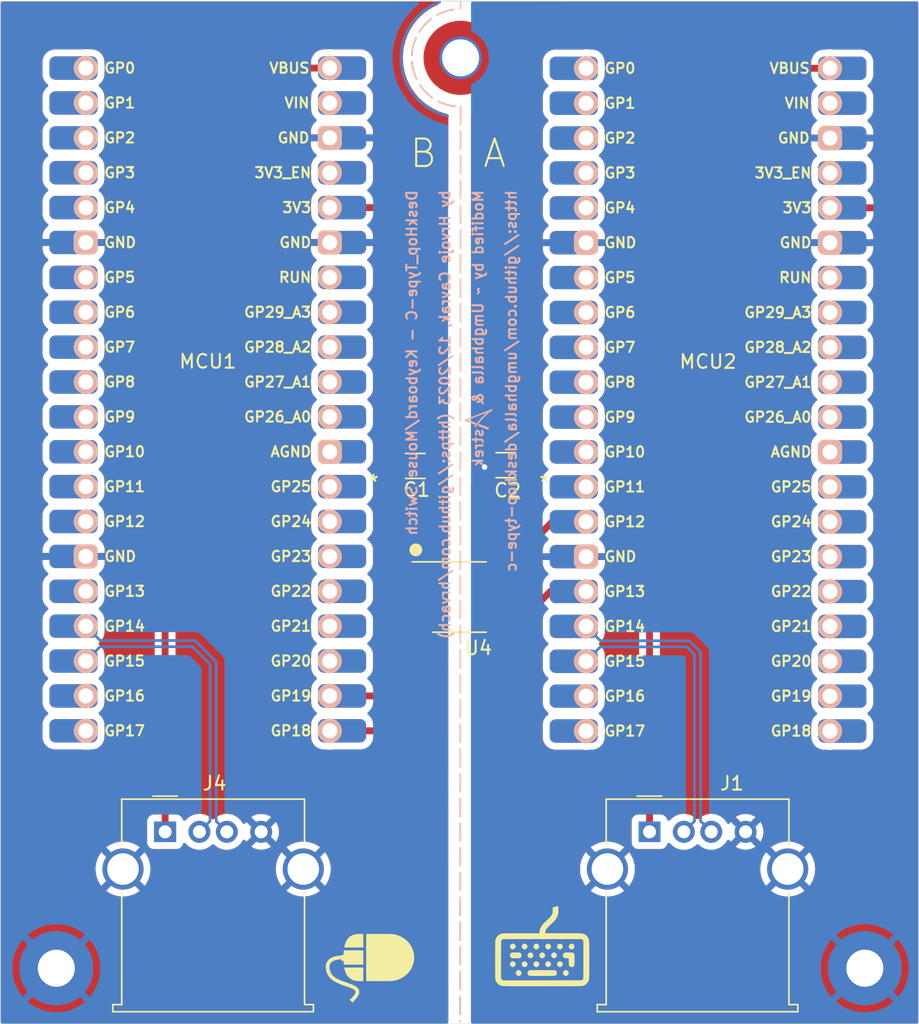
<source format=kicad_pcb>
(kicad_pcb (version 20221018) (generator pcbnew)
  (title_block (title "DeskHop - Fast Keyboard/mouse Switching Device - Type C") (date "2024-02-20") (rev "v1") (company "Hrvoje Čavrak") (comment 1 "Astrek") (comment 2 "Modified by ~") (comment 3 "Umgbhalla") (comment 4 "Ideation ~"))
  (layers (0 "F.Cu" signal) (31 "B.Cu" signal) (34 "B.Paste" user) (35 "F.Paste" user) (36 "B.SilkS" user "B.Silkscreen") (37 "F.SilkS" user "F.Silkscreen") (38 "B.Mask" user) (39 "F.Mask" user) (44 "Edge.Cuts" user))
  (net 0 "")
  (net 1 "GND")
  (net 2 "GND2")
  (net 3 "3V3_BUS2")
  (net 4 "3V3_BUS1")
  (net 5 "VBUS1")
  (net 6 "VBUS2")
  (net 67 "MCU2 D-")
  (net 68 "MCU2 D+")
  (net 69 "MCU1 D-")
  (net 70 "UART B TX")
  (net 71 "UART B RX")
  (net 72 "UART A TX")
  (net 73 "UART A RX")
  (net 74 "MCU1 D+")
  (footprint "MountingHole:MountingHole_2.7mm_M2.5_Pad_TopOnly" (layer "F.Cu") (at 67.31 45.212)
    (fp_text reference "H3" hide)
    (fp_text value "MountingHole_Pad" hide)
  )
  (footprint "Capacitor_SMD:C_1206_3216Metric_Pad1.33x1.80mm_HandSolder" (layer "F.Cu") (at 70.604191 74.877665)
    (fp_text reference "C2")
    (fp_text value "100n")
  )
  (footprint "Connector_USB:USB_A_Molex_67643_Horizontal" (layer "F.Cu") (at 45.776 101.574)
    (fp_text reference "J4")
    (fp_text value "Mouse In" hide)
  )
  (footprint "MountingHole:MountingHole_2.7mm_M2.5_Pad_TopBottom" (layer "F.Cu") (at 96.774 111.506)
    (fp_text reference "H2" hide)
    (fp_text value "MountingHole_Pad" hide)
  )
  (footprint "Connector_USB:USB_A_Molex_67643_Horizontal" (layer "F.Cu") (at 81.082 101.574)
    (fp_text reference "J1")
    (fp_text value "Keyboard In" hide)
  )
  (footprint "OEM_like:Pico_like" (layer "F.Cu") (at 85.344 68.834)
    (fp_text reference "MCU2")
    (fp_text value "~")
  )
  (footprint "MountingHole:MountingHole_2.7mm_M2.5_Pad_TopBottom" (layer "F.Cu") (at 37.846 111.506)
    (fp_text reference "H1" hide)
    (fp_text value "MountingHole_Pad" hide)
  )
  (footprint "Package_SO:SOIC-8_3.9x4.9mm_P1.27mm" (layer "F.Cu") (at 67.22807 84.47611)
    (fp_text reference "U4")
    (fp_text value "ADuM1201BR")
  )
  (footprint "OEM_like:Pico_like" (layer "F.Cu") (at 48.885523 68.818249)
    (fp_text reference "MCU1")
    (fp_text value "~" hide)
  )
  (footprint "Capacitor_SMD:C_1206_3216Metric_Pad1.33x1.80mm_HandSolder" (layer "F.Cu") (at 64.010036 74.929999 180)
    (fp_text reference "C1")
    (fp_text value "100n")
  )
  (gr_arc (start 66.360432 49.447208) (mid 62.980006 45.511702) (end 65.786 41.148001) (stroke (width 0.2)) (layer "B.Cu"))
  (gr_line (start 67.31 48.738426) (end 67.281783 115.407659) (stroke (width 0.12) (type dash)) (layer "B.SilkS"))
  (gr_line (start 69.324317 71.035565) (end 69.249373 71.09795) (stroke (width 0.108683)) (layer "B.SilkS"))
  (gr_line (start 68.519651 71.254609) (end 69.581463 70.85643) (stroke (width 0.108683)) (layer "B.SilkS"))
  (gr_line (start 69.390417 70.983794) (end 69.324317 71.035565) (stroke (width 0.108683)) (layer "B.SilkS"))
  (gr_line (start 68.663021 71.961133) (end 69.3 72.2) (stroke (width 0.168999)) (layer "B.SilkS"))
  (gr_line (start 68.922524 71.410094) (end 68.868225 71.467777) (stroke (width 0.108683)) (layer "B.SilkS"))
  (gr_line (start 67.711874 71.604453) (end 68.348852 71.843319) (stroke (width 0.168999)) (layer "B.SilkS"))
  (gr_line (start 69.249373 71.09795) (end 69.165938 71.171656) (stroke (width 0.108683)) (layer "B.SilkS"))
  (gr_line (start 68.69489 71.662406) (end 68.633781 71.734769) (stroke (width 0.108683)) (layer "B.SilkS"))
  (gr_arc (start 66.937741 48.748461) (mid 63.758888 45.025614) (end 67.31 41.656) (stroke (width 0.12) (type dash)) (layer "B.SilkS"))
  (gr_line (start 69.532109 70.885087) (end 69.494666 70.909262) (stroke (width 0.108683)) (layer "B.SilkS"))
  (gr_line (start 69.559293 70.868695) (end 69.532109 70.885087) (stroke (width 0.108683)) (layer "B.SilkS"))
  (gr_line (start 69.494666 70.909262) (end 69.447318 70.941929) (stroke (width 0.108683)) (layer "B.SilkS"))
  (gr_line (start 69.074366 71.25739) (end 69.025639 71.30499) (stroke (width 0.108683)) (layer "B.SilkS"))
  (gr_line (start 68.754364 71.593844) (end 68.69489 71.662406) (stroke (width 0.108683)) (layer "B.SilkS"))
  (gr_line (start 68.97501 71.355861) (end 68.922524 71.410094) (stroke (width 0.108683)) (layer "B.SilkS"))
  (gr_line (start 67.31 41.656) (end 67.31 41.148) (stroke (width 0.12)) (layer "B.SilkS"))
  (gr_line (start 68.571079 71.811025) (end 68.506831 71.891262) (stroke (width 0.108683)) (layer "B.SilkS"))
  (gr_line (start 68.812157 71.528997) (end 68.754364 71.593844) (stroke (width 0.108683)) (layer "B.SilkS"))
  (gr_line (start 68.441077 71.975566) (end 68.373863 72.064028) (stroke (width 0.108683)) (layer "B.SilkS"))
  (gr_line (start 69.025639 71.30499) (end 68.97501 71.355861) (stroke (width 0.108683)) (layer "B.SilkS"))
  (gr_line (start 69.165938 71.171656) (end 69.074366 71.25739) (stroke (width 0.108683)) (layer "B.SilkS"))
  (gr_line (start 69.581463 70.85643) (end 69.559293 70.868695) (stroke (width 0.108683)) (layer "B.SilkS"))
  (gr_line (start 67.694121 71.579439) (end 68.519651 71.254609) (stroke (width 0.108683)) (layer "B.SilkS"))
  (gr_line (start 69.447318 70.941929) (end 69.390417 70.983794) (stroke (width 0.108683)) (layer "B.SilkS"))
  (gr_line (start 68.506831 71.891262) (end 68.441077 71.975566) (stroke (width 0.108683)) (layer "B.SilkS"))
  (gr_line (start 68.633781 71.734769) (end 68.571079 71.811025) (stroke (width 0.108683)) (layer "B.SilkS"))
  (gr_line (start 68.868225 71.467777) (end 68.812157 71.528997) (stroke (width 0.108683)) (layer "B.SilkS"))
  (gr_poly (pts (xy 58.798165 110.543306) (xy 58.798165 110.962168) (xy 58.603088 110.962168) (xy 58.603088 110.543306)) (fill solid) (layer "F.SilkS"))
  (gr_poly (pts (xy 57.482433 111.378334) (xy 57.486179 111.323025) (xy 57.493468 111.269362) (xy 57.504299 111.217356) (xy 57.518673 111.167021) (xy 57.536591 111.118367) (xy 57.558054 111.071408) (xy 57.583061 111.026155) (xy 57.611615 110.98262) (xy 57.640028 110.945385) (xy 57.670484 110.910564) (xy 57.702794 110.878076) (xy 57.736771 110.847839) (xy 57.772228 110.819775) (xy 57.808977 110.793802) (xy 57.846831 110.76984) (xy 57.885601 110.747807) (xy 57.925102 110.727625) (xy 57.965144 110.709211) (xy 58.00554 110.692486) (xy 58.046103 110.677369) (xy 58.126981 110.651638) (xy 58.206276 110.631371) (xy 58.282487 110.615926) (xy 58.354116 110.604658) (xy 58.419661 110.596922) (xy 58.477623 110.592075) (xy 58.564795 110.588468) (xy 58.60363 110.588683) (xy 58.603617 110.588683) (xy 58.595362 110.859483) (xy 58.563375 110.859196) (xy 58.52556 110.860214) (xy 58.482716 110.862766) (xy 58.435645 110.867081) (xy 58.385147 110.873387) (xy 58.332022 110.881913) (xy 58.277071 110.892888) (xy 58.221094 110.906541) (xy 58.164892 110.923101) (xy 58.109265 110.942796) (xy 58.055014 110.965855) (xy 58.002938 110.992508) (xy 57.977967 111.007253) (xy 57.95384 111.022982) (xy 57.930657 111.039724) (xy 57.908519 111.057507) (xy 57.887525 111.07636) (xy 57.867775 111.096311) (xy 57.84937 111.11739) (xy 57.832409 111.139624) (xy 57.813791 111.168348) (xy 57.797659 111.198636) (xy 57.784012 111.230476) (xy 57.772851 111.263862) (xy 57.764176 111.298784) (xy 57.757987 111.335233) (xy 57.754283 111.3732) (xy 57.753066 111.412676) (xy 57.754334 111.453652) (xy 57.758088 111.496119) (xy 57.764329 111.540069) (xy 57.773055 111.585493) (xy 57.784267 111.63238) (xy 57.797965 111.680724) (xy 57.814149 111.730514) (xy 57.832819 111.781741) (xy 57.84911 111.820656) (xy 57.867573 111.858229) (xy 57.888127 111.8945) (xy 57.910689 111.929509) (xy 57.935177 111.963293) (xy 57.961509 111.995892) (xy 58.019376 112.057693) (xy 58.083632 112.115223) (xy 58.153618 112.168796) (xy 58.228678 112.218724) (xy 58.308153 112.26532) (xy 58.391386 112.308897) (xy 58.477719 112.349767) (xy 58.566493 112.388243) (xy 58.657052 112.424638) (xy 58.840891 112.492435) (xy 59.023974 112.555661) (xy 59.187753 112.612183) (xy 59.266552 112.640444) (xy 59.342782 112.669096) (xy 59.41606 112.69843) (xy 59.486004 112.728738) (xy 59.552231 112.760313) (xy 59.614358 112.793447) (xy 59.643765 112.810689) (xy 59.672004 112.828431) (xy 59.699027 112.846709) (xy 59.724786 112.865559) (xy 59.749234 112.885017) (xy 59.772322 112.905121) (xy 59.794003 112.925907) (xy 59.814229 112.947412) (xy 59.832952 112.969671) (xy 59.850124 112.992721) (xy 59.865699 113.0166) (xy 59.879627 113.041343) (xy 59.891861 113.066987) (xy 59.902353 113.093568) (xy 59.911056 113.121124) (xy 59.917921 113.14969) (xy 59.924621 113.194423) (xy 59.926498 113.239887) (xy 59.923498 113.286177) (xy 59.915567 113.333386) (xy 59.90265 113.381606) (xy 59.884694 113.430933) (xy 59.861643 113.481458) (xy 59.833445 113.533276) (xy 59.800044 113.58648) (xy 59.761387 113.641164) (xy 59.717418 113.69742) (xy 59.668085 113.755342) (xy 59.613333 113.815025) (xy 59.553108 113.87656) (xy 59.487355 113.940042) (xy 59.41602 114.005564) (xy 59.235045 113.803991) (xy 59.271218 113.771101) (xy 59.305325 113.739273) (xy 59.337424 113.708494) (xy 59.367573 113.678746) (xy 59.395829 113.650017) (xy 59.422249 113.622289) (xy 59.44689 113.595549) (xy 59.469809 113.569781) (xy 59.491065 113.544971) (xy 59.510715 113.521102) (xy 59.528814 113.49816) (xy 59.545422 113.47613) (xy 59.560596 113.454996) (xy 59.574392 113.434744) (xy 59.586868 113.415358) (xy 59.598081 113.396824) (xy 59.608089 113.379126) (xy 59.61695 113.362249) (xy 59.624719 113.346178) (xy 59.631455 113.330898) (xy 59.637215 113.316394) (xy 59.642057 113.302651) (xy 59.646037 113.289653) (xy 59.649213 113.277385) (xy 59.651642 113.265833) (xy 59.653383 113.254982) (xy 59.654491 113.244815) (xy 59.655024 113.235319) (xy 59.654596 113.218275) (xy 59.652557 113.203731) (xy 59.648621 113.189025) (xy 59.642895 113.174543) (xy 59.635441 113.160279) (xy 59.626317 113.146226) (xy 59.603303 113.118728) (xy 59.574333 113.091998) (xy 59.539884 113.065981) (xy 59.500437 113.040627) (xy 59.456471 113.015882) (xy 59.408464 112.991694) (xy 59.356897 112.968011) (xy 59.302248 112.944781) (xy 59.185622 112.899467) (xy 59.06242 112.855334) (xy 58.936476 112.811963) (xy 58.739717 112.743829) (xy 58.638965 112.707231) (xy 58.537716 112.668397) (xy 58.436782 112.626917) (xy 58.336977 112.582381) (xy 58.239114 112.534379) (xy 58.144006 112.482498) (xy 58.052467 112.42633) (xy 58.008289 112.39651) (xy 57.965309 112.365464) (xy 57.923627 112.33314) (xy 57.883346 112.299488) (xy 57.844567 112.264456) (xy 57.807391 112.227993) (xy 57.771921 112.190047) (xy 57.738258 112.150567) (xy 57.706503 112.109503) (xy 57.676759 112.066801) (xy 57.649127 112.022412) (xy 57.623708 111.976284) (xy 57.600604 111.928366) (xy 57.579918 111.878605) (xy 57.555346 111.810565) (xy 57.534312 111.744074) (xy 57.516817 111.679144) (xy 57.50286 111.615787) (xy 57.492443 111.554016) (xy 57.485566 111.493842) (xy 57.482229 111.435277)) (fill solid) (layer "F.SilkS"))
  (gr_line (start 67.31 48.738426) (end 67.281783 115.407659) (stroke (width 0.12) (type dash)) (layer "F.SilkS"))
  (gr_poly (pts (xy 58.773281 110.65812) (xy 58.7743 110.590897) (xy 58.77605 110.524421) (xy 58.778571 110.458727) (xy 58.781905 110.393853) (xy 58.786094 110.329834) (xy 58.791178 110.266707) (xy 58.797199 110.204507) (xy 60.221226 110.204507) (xy 60.221226 111.247336) (xy 58.797199 111.247336) (xy 58.791178 111.185136) (xy 58.786094 111.122011) (xy 58.781905 111.058001) (xy 58.778571 110.993144) (xy 58.77605 110.927482) (xy 58.7743 110.861053) (xy 58.77295 110.726054)) (fill solid) (layer "F.SilkS"))
  (gr_poly (pts (xy 75.409953 109.711596) (xy 75.414084 109.711996) (xy 75.418717 109.712651) (xy 75.423798 109.713553) (xy 75.429272 109.714694) (xy 75.435082 109.716066) (xy 75.447491 109.719465) (xy 75.453979 109.721476) (xy 75.460582 109.723683) (xy 75.467245 109.726077) (xy 75.473912 109.728651) (xy 75.480528 109.731395) (xy 75.487037 109.734301) (xy 75.493385 109.737361) (xy 75.499515 109.740565) (xy 75.511406 109.747709) (xy 75.523025 109.75597) (xy 75.534303 109.765237) (xy 75.545172 109.775399) (xy 75.555563 109.786346) (xy 75.565408 109.797967) (xy 75.57464 109.81015) (xy 75.583189 109.822785) (xy 75.590988 109.835761) (xy 75.597969 109.848967) (xy 75.604062 109.862293) (xy 75.609201 109.875627) (xy 75.613317 109.888859) (xy 75.616341 109.901877) (xy 75.618205 109.914572) (xy 75.618681 109.920763) (xy 75.618842 109.926832) (xy 75.618681 109.9329) (xy 75.618205 109.939091) (xy 75.617422 109.945389) (xy 75.616341 109.951781) (xy 75.614969 109.958251) (xy 75.613317 109.964786) (xy 75.611391 109.971371) (xy 75.609201 109.977991) (xy 75.604062 109.991282) (xy 75.597969 110.004543) (xy 75.590988 110.017659) (xy 75.583189 110.030515) (xy 75.57464 110.042996) (xy 75.565408 110.054987) (xy 75.555563 110.066372) (xy 75.545172 110.077037) (xy 75.539793 110.082063) (xy 75.534303 110.086866) (xy 75.528711 110.091431) (xy 75.523025 110.095744) (xy 75.517254 110.099791) (xy 75.511406 110.103557) (xy 75.50549 110.107027) (xy 75.499515 110.110189) (xy 75.493385 110.113426) (xy 75.487038 110.116578) (xy 75.480528 110.119627) (xy 75.473912 110.122558) (xy 75.467245 110.125352) (xy 75.460582 110.127992) (xy 75.453979 110.130462) (xy 75.447491 110.132744) (xy 75.441174 110.134822) (xy 75.435082 110.136678) (xy 75.429272 110.138295) (xy 75.423799 110.139657) (xy 75.418717 110.140745) (xy 75.414084 110.141544) (xy 75.409954 110.142035) (xy 75.406382 110.142203) (xy 75.40281 110.142035) (xy 75.398679 110.141544) (xy 75.394046 110.140745) (xy 75.388965 110.139657) (xy 75.383491 110.138295) (xy 75.377681 110.136678) (xy 75.365272 110.132744) (xy 75.352181 110.127992) (xy 75.338851 110.122558) (xy 75.332235 110.119627) (xy 75.325725 110.116578) (xy 75.319378 110.113426) (xy 75.313248 110.110189) (xy 75.301356 110.103589) (xy 75.289737 110.095864) (xy 75.278459 110.087115) (xy 75.267591 110.077446) (xy 75.2572 110.066958) (xy 75.247354 110.055754) (xy 75.238123 110.043936) (xy 75.229573 110.031607) (xy 75.221774 110.018868) (xy 75.214794 110.005823) (xy 75.2087 109.992572) (xy 75.203562 109.97922) (xy 75.199446 109.965867) (xy 75.196422 109.952616) (xy 75.194558 109.939571) (xy 75.194081 109.933157) (xy 75.193921 109.926832) (xy 75.194081 109.920507) (xy 75.194558 109.914093) (xy 75.195341 109.9076) (xy 75.196422 109.901042) (xy 75.197793 109.89443) (xy 75.199446 109.887778) (xy 75.201372 109.881097) (xy 75.203562 109.874399) (xy 75.2087 109.861003) (xy 75.214794 109.847688) (xy 75.221775 109.834552) (xy 75.229574 109.821693) (xy 75.238123 109.80921) (xy 75.247355 109.797199) (xy 75.2572 109.78576) (xy 75.267591 109.77499) (xy 75.27846 109.764988) (xy 75.289737 109.755851) (xy 75.295509 109.751637) (xy 75.301356 109.747677) (xy 75.307272 109.743982) (xy 75.313248 109.740565) (xy 75.319858 109.737361) (xy 75.326561 109.734301) (xy 75.333316 109.731395) (xy 75.340079 109.728651) (xy 75.346808 109.726077) (xy 75.35346 109.723683) (xy 75.359993 109.721476) (xy 75.366364 109.719465) (xy 75.37253 109.717659) (xy 75.378449 109.716066) (xy 75.384078 109.714694) (xy 75.389374 109.713553) (xy 75.394295 109.712651) (xy 75.398799 109.711996) (xy 75.402842 109.711596) (xy 75.406382 109.711461)) (fill solid) (layer "F.SilkS"))
  (gr_poly (pts (xy 60.221226 111.456608) (xy 60.221226 112.444972) (xy 59.941893 112.444972) (xy 59.875793 112.443793) (xy 59.812158 112.440281) (xy 59.750944 112.43448) (xy 59.692105 112.426429) (xy 59.635597 112.416172) (xy 59.581376 112.403748) (xy 59.529396 112.389201) (xy 59.479613 112.372571) (xy 59.431983 112.3539) (xy 59.386459 112.333229) (xy 59.342999 112.3106) (xy 59.301557 112.286055) (xy 59.262088 112.259634) (xy 59.224548 112.23138) (xy 59.188891 112.201334) (xy 59.155075 112.169538) (xy 59.123052 112.136032) (xy 59.09278 112.10086) (xy 59.064213 112.064061) (xy 59.037306 112.025678) (xy 59.012016 111.985751) (xy 58.988296 111.944324) (xy 58.945392 111.857131) (xy 58.908235 111.764431) (xy 58.876469 111.666556) (xy 58.849737 111.563837) (xy 58.827679 111.456608)) (fill solid) (layer "F.SilkS"))
  (gr_poly (pts (xy 62.135116 109.006435) (xy 62.227485 109.008671) (xy 62.318639 109.015309) (xy 62.408466 109.026241) (xy 62.496854 109.041358) (xy 62.583689 109.060552) (xy 62.668859 109.083717) (xy 62.752251 109.110743) (xy 62.833753 109.141524) (xy 62.913252 109.17595) (xy 62.990635 109.213914) (xy 63.06579 109.255309) (xy 63.138604 109.300027) (xy 63.208965 109.347958) (xy 63.276759 109.398996) (xy 63.341873 109.453033) (xy 63.404197 109.509961) (xy 63.463616 109.569672) (xy 63.520018 109.632058) (xy 63.57329 109.69701) (xy 63.62332 109.764422) (xy 63.669995 109.834185) (xy 63.713203 109.906192) (xy 63.75283 109.980334) (xy 63.788764 110.056504) (xy 63.820893 110.134593) (xy 63.849103 110.214495) (xy 63.873282 110.2961) (xy 63.893318 110.379301) (xy 63.909098 110.463991) (xy 63.920508 110.55006) (xy 63.927437 110.637402) (xy 63.929772 110.725908) (xy 63.927437 110.814365) (xy 63.920508 110.90166) (xy 63.909097 110.987688) (xy 63.893318 111.072338) (xy 63.873281 111.155504) (xy 63.849102 111.237078) (xy 63.820891 111.31695) (xy 63.788762 111.395014) (xy 63.752827 111.471161) (xy 63.7132 111.545283) (xy 63.669992 111.617273) (xy 63.623316 111.687021) (xy 63.573285 111.75442) (xy 63.520012 111.819362) (xy 63.46361 111.881739) (xy 63.40419 111.941442) (xy 63.341866 111.998365) (xy 63.276751 112.052398) (xy 63.208956 112.103433) (xy 63.138595 112.151364) (xy 63.065781 112.19608) (xy 62.990625 112.237476) (xy 62.913241 112.275441) (xy 62.833742 112.309869) (xy 62.752239 112.340652) (xy 62.668847 112.36768) (xy 62.583676 112.390847) (xy 62.496841 112.410044) (xy 62.408453 112.425163) (xy 62.318626 112.436096) (xy 62.227471 112.442735) (xy 62.135103 112.444972) (xy 62.135106 112.444976) (xy 62.13511 112.444979) (xy 62.135113 112.444982) (xy 62.135116 112.444986) (xy 60.430684 112.444986) (xy 60.430684 109.006435)) (fill solid) (layer "F.SilkS"))
  (gr_poly (pts (xy 71.971429 111.002828) (xy 71.973288 111.003199) (xy 71.975 111.003686) (xy 71.981325 111.003846) (xy 71.98774 111.004323) (xy 71.994233 111.005106) (xy 72.000791 111.006187) (xy 72.007402 111.007558) (xy 72.014055 111.009211) (xy 72.020736 111.011137) (xy 72.027434 111.013327) (xy 72.04083 111.018465) (xy 72.054145 111.024559) (xy 72.067281 111.03154) (xy 72.080139 111.039339) (xy 72.092623 111.047888) (xy 72.104634 111.05712) (xy 72.116073 111.066965) (xy 72.126843 111.077356) (xy 72.136845 111.088225) (xy 72.145982 111.099502) (xy 72.150195 111.105274) (xy 72.154155 111.111121) (xy 72.15785 111.117037) (xy 72.161267 111.123013) (xy 72.166696 111.13549) (xy 72.171954 111.148616) (xy 72.176871 111.161946) (xy 72.181276 111.175037) (xy 72.185 111.187446) (xy 72.186552 111.193256) (xy 72.18787 111.19873) (xy 72.188933 111.203811) (xy 72.189718 111.208444) (xy 72.190204 111.212575) (xy 72.190371 111.216147) (xy 72.190236 111.219719) (xy 72.189837 111.223849) (xy 72.189182 111.228482) (xy 72.18828 111.233564) (xy 72.187138 111.239037) (xy 72.185767 111.244847) (xy 72.182368 111.257256) (xy 72.180357 111.263744) (xy 72.17815 111.270347) (xy 72.175755 111.27701) (xy 72.173182 111.283677) (xy 72.170438 111.290293) (xy 72.167531 111.296802) (xy 72.164472 111.30315) (xy 72.161267 111.30928) (xy 72.154155 111.321172) (xy 72.145982 111.332791) (xy 72.136845 111.344069) (xy 72.126842 111.354937) (xy 72.116073 111.365328) (xy 72.104633 111.375174) (xy 72.092623 111.384405) (xy 72.080139 111.392954) (xy 72.067281 111.400753) (xy 72.054145 111.407734) (xy 72.04083 111.413828) (xy 72.027434 111.418966) (xy 72.014055 111.423082) (xy 72.000791 111.426106) (xy 71.98774 111.42797) (xy 71.981325 111.428446) (xy 71.975 111.428607) (xy 71.971429 111.428439) (xy 71.967298 111.427948) (xy 71.962665 111.427149) (xy 71.957584 111.42606) (xy 71.95211 111.424699) (xy 71.9463 111.423082) (xy 71.933891 111.419148) (xy 71.9208 111.414396) (xy 71.90747 111.408962) (xy 71.900854 111.406031) (xy 71.894345 111.402982) (xy 71.887997 111.39983) (xy 71.881867 111.396592) (xy 71.869976 111.389993) (xy 71.858357 111.382268) (xy 71.847079 111.373519) (xy 71.83621 111.36385) (xy 71.825819 111.353362) (xy 71.815974 111.342158) (xy 71.806742 111.33034) (xy 71.798193 111.318011) (xy 71.790394 111.305272) (xy 71.783413 111.292226) (xy 71.77732 111.278976) (xy 71.772181 111.265623) (xy 71.768066 111.252271) (xy 71.765041 111.23902) (xy 71.763177 111.225975) (xy 71.762701 111.219561) (xy 71.76254 111.213236) (xy 71.762701 111.206911) (xy 71.763177 111.200497) (xy 71.76396 111.194004) (xy 71.765041 111.187446) (xy 71.766413 111.180835) (xy 71.768066 111.174182) (xy 71.769991 111.167501) (xy 71.772181 111.160803) (xy 71.77732 111.147407) (xy 71.783413 111.134092) (xy 71.790394 111.120956) (xy 71.798193 111.108097) (xy 71.806742 111.095614) (xy 71.815974 111.083603) (xy 71.825819 111.072164) (xy 71.83621 111.061394) (xy 71.847079 111.051392) (xy 71.858357 111.042255) (xy 71.864128 111.038042) (xy 71.869976 111.034081) (xy 71.875892 111.030387) (xy 71.881867 111.02697) (xy 71.894345 111.021552) (xy 71.900854 111.018918) (xy 71.90747 111.016374) (xy 71.914137 111.013949) (xy 71.9208 111.011673) (xy 71.927403 111.009576) (xy 71.933891 111.007688) (xy 71.940208 111.006039) (xy 71.9463 111.004658) (xy 71.95211 111.003576) (xy 71.957584 111.002822) (xy 71.962665 111.002426) (xy 71.967298 111.002418)) (fill solid) (layer "F.SilkS"))
  (gr_arc (start 66.93774 48.748461) (mid 63.758888 45.025614) (end 67.31 41.656) (stroke (width 0.12) (type dash)) (layer "F.SilkS"))
  (gr_poly (pts (xy 58.849712 109.887864) (xy 58.876427 109.78505) (xy 58.90818 109.687098) (xy 58.945328 109.594337) (xy 58.988229 109.507099) (xy 59.011948 109.465654) (xy 59.037239 109.425713) (xy 59.064147 109.387318) (xy 59.092715 109.35051) (xy 59.12299 109.315331) (xy 59.155015 109.281821) (xy 59.188835 109.250022) (xy 59.224495 109.219976) (xy 59.262039 109.191722) (xy 59.301513 109.165304) (xy 59.342959 109.140762) (xy 59.386424 109.118137) (xy 59.431952 109.097471) (xy 59.479587 109.078805) (xy 59.529375 109.062181) (xy 59.581359 109.047639) (xy 59.635584 109.035221) (xy 59.692095 109.024968) (xy 59.750937 109.016922) (xy 59.812154 109.011123) (xy 59.875791 109.007614) (xy 59.941893 109.006435) (xy 60.221226 109.006435) (xy 60.221226 109.995209) (xy 58.827679 109.995209)) (fill solid) (layer "F.SilkS"))
  (gr_poly (pts (xy 74.396618 106.991515) (xy 74.402288 106.992041) (xy 74.407276 106.993018) (xy 74.411632 106.994453) (xy 74.415406 106.996352) (xy 74.418648 106.99872) (xy 74.421408 107.001564) (xy 74.423737 107.004888) (xy 74.425684 107.0087) (xy 74.427299 107.013005) (xy 74.428634 107.017809) (xy 74.429737 107.023117) (xy 74.430658 107.028936) (xy 74.431449 107.035271) (xy 74.434303 107.065893) (xy 74.437784 107.092363) (xy 74.440601 107.12131) (xy 74.444307 107.185083) (xy 74.445558 107.254109) (xy 74.444489 107.325284) (xy 74.441237 107.395503) (xy 74.435939 107.461664) (xy 74.428732 107.520662) (xy 74.424454 107.546506) (xy 74.41975 107.569395) (xy 74.414104 107.593448) (xy 74.407046 107.618576) (xy 74.398666 107.644625) (xy 74.389055 107.671441) (xy 74.378301 107.698871) (xy 74.366493 107.726762) (xy 74.353723 107.75496) (xy 74.340078 107.783311) (xy 74.325649 107.811662) (xy 74.310525 107.839859) (xy 74.294795 107.86775) (xy 74.27855 107.89518) (xy 74.261878 107.921996) (xy 74.24487 107.948045) (xy 74.227614 107.973173) (xy 74.2102 107.997226) (xy 74.193699 108.017684) (xy 74.173138 108.041383) (xy 74.149371 108.067468) (xy 74.123252 108.095089) (xy 74.095631 108.123392) (xy 74.067362 108.151524) (xy 74.039299 108.178633) (xy 74.012292 108.203866) (xy 73.972019 108.239667) (xy 73.932125 108.27595) (xy 73.854448 108.348886) (xy 73.781204 108.420527) (xy 73.714339 108.488723) (xy 73.655795 108.551325) (xy 73.630251 108.579857) (xy 73.607517 108.606185) (xy 73.587836 108.630041) (xy 73.57145 108.651155) (xy 73.558602 108.669259) (xy 73.549536 108.684084) (xy 73.542419 108.697383) (xy 73.535297 108.712029) (xy 73.528235 108.7278) (xy 73.521296 108.744475) (xy 73.514545 108.761833) (xy 73.508046 108.779651) (xy 73.496057 108.815781) (xy 73.490696 108.83365) (xy 73.485842 108.851092) (xy 73.48156 108.867887) (xy 73.477913 108.883812) (xy 73.474965 108.898645) (xy 73.47278 108.912165) (xy 73.471422 108.924151) (xy 73.470955 108.93438) (xy 73.471948 108.938479) (xy 73.476037 108.942065) (xy 73.50015 108.947841) (xy 73.556596 108.951979) (xy 73.658677 108.954753) (xy 74.052947 108.9573) (xy 74.789374 108.957664) (xy 75.469002 108.958391) (xy 75.704671 108.959505) (xy 75.882599 108.961302) (xy 76.01155 108.963916) (xy 76.060398 108.965573) (xy 76.100289 108.967486) (xy 76.132319 108.969672) (xy 76.157582 108.972147) (xy 76.177176 108.97493) (xy 76.192194 108.978036) (xy 76.236309 108.989888) (xy 76.279081 109.004634) (xy 76.320394 109.022168) (xy 76.360134 109.042384) (xy 76.398187 109.065175) (xy 76.434435 109.090434) (xy 76.468766 109.118055) (xy 76.501062 109.147932) (xy 76.53121 109.179957) (xy 76.559094 109.214025) (xy 76.5846 109.250028) (xy 76.607611 109.287859) (xy 76.628013 109.327414) (xy 76.645691 109.368584) (xy 76.660529 109.411263) (xy 76.672413 109.455345) (xy 76.682918 109.610643) (xy 76.690421 109.939747) (xy 76.696424 110.887997) (xy 76.690421 111.837339) (xy 76.682918 112.167807) (xy 76.672413 112.325015) (xy 76.661557 112.366122) (xy 76.64764 112.406393) (xy 76.630807 112.445675) (xy 76.611203 112.483815) (xy 76.588973 112.520658) (xy 76.564261 112.556052) (xy 76.537214 112.589843) (xy 76.507974 112.621878) (xy 76.476689 112.652002) (xy 76.443502 112.680063) (xy 76.408558 112.705908) (xy 76.372003 112.729381) (xy 76.333982 112.750331) (xy 76.294639 112.768604) (xy 76.254119 112.784045) (xy 76.212567 112.796503) (xy 76.17148 112.804188) (xy 76.091239 112.809963) (xy 75.704699 112.816876) (xy 73.267226 112.819786) (xy 72.246516 112.820719) (xy 71.838534 112.820886) (xy 71.491735 112.820696) (xy 71.200819 112.820028) (xy 70.960488 112.818763) (xy 70.765441 112.816782) (xy 70.683243 112.815486) (xy 70.610379 112.813966) (xy 70.546187 112.812207) (xy 70.490004 112.810194) (xy 70.441168 112.807913) (xy 70.399016 112.805348) (xy 70.362886 112.802485) (xy 70.332115 112.799308) (xy 70.306042 112.795803) (xy 70.284003 112.791955) (xy 70.265337 112.787749) (xy 70.24938 112.78317) (xy 70.235471 112.778203) (xy 70.222947 112.772833) (xy 70.211146 112.767045) (xy 70.199404 112.760825) (xy 70.173453 112.747026) (xy 70.156057 112.737303) (xy 70.137829 112.725726) (xy 70.118961 112.712487) (xy 70.099647 112.697776) (xy 70.080076 112.681787) (xy 70.060441 112.66471) (xy 70.040934 112.646738) (xy 70.021747 112.628063) (xy 70.003072 112.608876) (xy 69.9851 112.589369) (xy 69.968023 112.569734) (xy 69.952034 112.550163) (xy 69.937323 112.530849) (xy 69.924084 112.511981) (xy 69.912507 112.493754) (xy 69.902784 112.476357) (xy 69.877932 112.424902) (xy 69.859492 112.370854) (xy 69.846509 112.294433) (xy 69.842451 112.237703) (xy 70.257855 112.237703) (xy 70.289869 112.284269) (xy 70.293341 112.288764) (xy 70.29718 112.293489) (xy 70.301342 112.298402) (xy 70.305786 112.30346) (xy 70.315347 112.31384) (xy 70.325522 112.324288) (xy 70.33597 112.334463) (xy 70.34635 112.344024) (xy 70.351407 112.348468) (xy 70.35632 112.35263) (xy 70.361045 112.356469) (xy 70.36554 112.35994) (xy 70.412107 112.391955) (xy 73.273047 112.389045) (xy 76.133986 112.386134) (xy 76.168911 112.35703) (xy 76.172827 112.354136) (xy 76.176914 112.350936) (xy 76.181138 112.347463) (xy 76.185464 112.343751) (xy 76.189858 112.339834) (xy 76.194286 112.335747) (xy 76.203108 112.327198) (xy 76.211657 112.318376) (xy 76.215745 112.313948) (xy 76.219661 112.309554) (xy 76.223373 112.305228) (xy 76.226846 112.301004) (xy 76.230047 112.296917) (xy 76.23294 112.293001) (xy 76.242547 112.278443) (xy 76.249766 112.250209) (xy 76.254939 112.192165) (xy 76.258406 112.08818) (xy 76.261589 111.677857) (xy 76.262044 110.89018) (xy 76.261987 110.438594) (xy 76.261852 110.255743) (xy 76.261589 110.098774) (xy 76.261156 109.965629) (xy 76.260862 109.907347) (xy 76.260509 109.854248) (xy 76.260093 109.806076) (xy 76.259607 109.762572) (xy 76.259047 109.72348) (xy 76.258406 109.688542) (xy 76.257681 109.6575) (xy 76.256864 109.630098) (xy 76.255952 109.606078) (xy 76.254939 109.585182) (xy 76.253819 109.567154) (xy 76.253217 109.559134) (xy 76.252587 109.551734) (xy 76.251927 109.544923) (xy 76.251238 109.538668) (xy 76.250517 109.532936) (xy 76.249766 109.527696) (xy 76.248982 109.522915) (xy 76.248166 109.518561) (xy 76.247317 109.514603) (xy 76.246433 109.511007) (xy 76.245515 109.507742) (xy 76.244562 109.504775) (xy 76.243573 109.502075) (xy 76.242547 109.499609) (xy 76.241483 109.497345) (xy 76.240382 109.495251) (xy 76.239242 109.493294) (xy 76.238063 109.491443) (xy 76.235584 109.487928) (xy 76.23294 109.484449) (xy 76.229981 109.481011) (xy 76.226591 109.477275) (xy 76.218706 109.469078) (xy 76.209662 109.460199) (xy 76.199834 109.450979) (xy 76.189596 109.441759) (xy 76.179325 109.43288) (xy 76.169394 109.424683) (xy 76.16018 109.417509) (xy 76.113613 109.385494) (xy 70.409197 109.385494) (xy 70.36554 109.414599) (xy 70.361046 109.417525) (xy 70.356326 109.420817) (xy 70.351427 109.424434) (xy 70.346395 109.428332) (xy 70.341279 109.432469) (xy 70.336123 109.436802) (xy 70.330977 109.441288) (xy 70.325886 109.445886) (xy 70.320897 109.450551) (xy 70.316058 109.455242) (xy 70.311414 109.459916) (xy 70.307014 109.46453) (xy 70.302903 109.469042) (xy 70.299129 109.473409) (xy 70.295739 109.477589) (xy 70.29278 109.481538) (xy 70.283168 109.49692) (xy 70.275909 109.525467) (xy 70.270628 109.583346) (xy 70.26695 109.686723) (xy 70.262903 110.094636) (xy 70.260765 110.878538) (xy 70.257855 112.237703) (xy 69.842451 112.237703) (xy 69.838027 112.175857) (xy 69.833093 111.995343) (xy 69.830751 111.733109) (xy 69.830024 110.884359) (xy 69.830189 110.47054) (xy 69.830797 110.148433) (xy 69.832019 109.905521) (xy 69.834026 109.729288) (xy 69.835376 109.662263) (xy 69.836987 109.607215) (xy 69.838879 109.562577) (xy 69.841074 109.526786) (xy 69.843593 109.498277) (xy 69.846457 109.475484) (xy 69.849688 109.456845) (xy 69.853307 109.440792) (xy 69.862206 109.410544) (xy 69.87252 109.380936) (xy 69.884233 109.351992) (xy 69.897327 109.323739) (xy 69.911785 109.296202) (xy 69.927591 109.269408) (xy 69.944727 109.24338) (xy 69.963175 109.218146) (xy 69.98292 109.19373) (xy 70.003944 109.170158) (xy 70.02623 109.147456) (xy 70.04976 109.125649) (xy 70.074519 109.104763) (xy 70.100488 109.084824) (xy 70.127651 109.065856) (xy 70.15599 109.047886) (xy 70.207292 109.019066) (xy 70.260811 108.997409) (xy 70.294551 108.988946) (xy 70.336226 108.98189) (xy 70.453217 108.971488) (xy 70.631463 108.965178) (xy 70.890643 108.961938) (xy 71.730526 108.960574) (xy 73.046034 108.960574) (xy 73.060586 108.855799) (xy 73.064775 108.829996) (xy 73.069675 108.803951) (xy 73.07525 108.777761) (xy 73.081459 108.751524) (xy 73.088265 108.725338) (xy 73.09563 108.699301) (xy 73.103515 108.673512) (xy 73.111882 108.648068) (xy 73.120692 108.623067) (xy 73.129907 108.598608) (xy 73.139489 108.574788) (xy 73.149399 108.551706) (xy 73.159599 108.529459) (xy 73.170051 108.508146) (xy 73.180715 108.487865) (xy 73.191555 108.468713) (xy 73.227196 108.41258) (xy 73.246053 108.385266) (xy 73.266043 108.357981) (xy 73.2875 108.330373) (xy 73.310757 108.302086) (xy 73.336145 108.272768) (xy 73.363997 108.242065) (xy 73.428424 108.175085) (xy 73.506698 108.098317) (xy 73.60148 108.00893) (xy 73.71543 107.904093) (xy 73.741621 107.879605) (xy 73.766709 107.855258) (xy 73.790679 107.831056) (xy 73.81352 107.807003) (xy 73.835218 107.783103) (xy 73.855761 107.759362) (xy 73.875135 107.735782) (xy 73.893329 107.712369) (xy 73.910329 107.689126) (xy 73.926122 107.666058) (xy 73.940697 107.643169) (xy 73.954039 107.620463) (xy 73.966136 107.597945) (xy 73.976975 107.575619) (xy 73.986544 107.553489) (xy 73.99483 107.531559) (xy 74.001805 107.51159) (xy 74.007518 107.490222) (xy 74.012071 107.466331) (xy 74.015567 107.43879) (xy 74.018107 107.406474) (xy 74.019796 107.368258) (xy 74.020733 107.323015) (xy 74.021023 107.269622) (xy 74.021023 107.074624) (xy 74.195649 107.033878) (xy 74.274901 107.013886) (xy 74.306627 107.006156) (xy 74.33362 106.999999) (xy 74.345468 106.997525) (xy 74.356283 106.995462) (xy 74.366115 106.993816) (xy 74.375014 106.992592) (xy 74.383031 106.991797) (xy 74.390216 106.991436)) (fill solid) (layer "F.SilkS"))
  (gr_poly (pts (xy 71.12 110.998) (xy 71.12413 110.9984) (xy 71.128764 110.999055) (xy 71.133845 110.999957) (xy 71.139318 111.001098) (xy 71.145128 111.00247) (xy 71.157537 111.005869) (xy 71.164026 111.00788) (xy 71.170629 111.010087) (xy 71.177291 111.012481) (xy 71.183959 111.015055) (xy 71.190575 111.017799) (xy 71.197084 111.020705) (xy 71.203431 111.023765) (xy 71.209561 111.02697) (xy 71.221453 111.034113) (xy 71.233072 111.042374) (xy 71.24435 111.051641) (xy 71.255218 111.061803) (xy 71.265609 111.07275) (xy 71.275455 111.084371) (xy 71.284686 111.096554) (xy 71.293235 111.109189) (xy 71.301034 111.122165) (xy 71.308015 111.135371) (xy 71.314109 111.148697) (xy 71.319247 111.162031) (xy 71.323363 111.175263) (xy 71.326387 111.188282) (xy 71.328251 111.200976) (xy 71.328727 111.207168) (xy 71.328888 111.213236) (xy 71.328727 111.219305) (xy 71.328251 111.225495) (xy 71.327468 111.231793) (xy 71.326387 111.238185) (xy 71.325016 111.244655) (xy 71.323363 111.25119) (xy 71.321437 111.257775) (xy 71.319247 111.264396) (xy 71.314109 111.277687) (xy 71.308015 111.290948) (xy 71.301035 111.304064) (xy 71.293236 111.31692) (xy 71.284686 111.3294) (xy 71.275455 111.341391) (xy 71.265609 111.352776) (xy 71.255218 111.363441) (xy 71.249839 111.368467) (xy 71.24435 111.37327) (xy 71.238758 111.377835) (xy 71.233072 111.382148) (xy 71.227301 111.386195) (xy 71.221453 111.389961) (xy 71.215537 111.393431) (xy 71.209561 111.396592) (xy 71.203431 111.39983) (xy 71.197084 111.402982) (xy 71.190574 111.406031) (xy 71.183959 111.408962) (xy 71.177291 111.411756) (xy 71.170629 111.414396) (xy 71.164025 111.416866) (xy 71.157537 111.419148) (xy 71.15122 111.421226) (xy 71.145128 111.423082) (xy 71.139318 111.424699) (xy 71.133845 111.42606) (xy 71.128764 111.427149) (xy 71.12413 111.427948) (xy 71.12 111.428439) (xy 71.116428 111.428607) (xy 71.112856 111.428439) (xy 71.108725 111.427948) (xy 71.104092 111.427149) (xy 71.099011 111.42606) (xy 71.093537 111.424699) (xy 71.087727 111.423082) (xy 71.075318 111.419148) (xy 71.062227 111.414396) (xy 71.048897 111.408962) (xy 71.042281 111.406031) (xy 71.035772 111.402982) (xy 71.029424 111.39983) (xy 71.023294 111.396592) (xy 71.011403 111.389993) (xy 70.999784 111.382268) (xy 70.988506 111.373519) (xy 70.977637 111.36385) (xy 70.967246 111.353362) (xy 70.957401 111.342158) (xy 70.948169 111.33034) (xy 70.93962 111.318011) (xy 70.931821 111.305272) (xy 70.924841 111.292226) (xy 70.918747 111.278976) (xy 70.913608 111.265623) (xy 70.909493 111.252271) (xy 70.906469 111.23902) (xy 70.904604 111.225975) (xy 70.904128 111.219561) (xy 70.903967 111.213236) (xy 70.904128 111.206911) (xy 70.904604 111.200497) (xy 70.905387 111.194004) (xy 70.906469 111.187446) (xy 70.90784 111.180835) (xy 70.909493 111.174182) (xy 70.911418 111.167501) (xy 70.913608 111.160803) (xy 70.918747 111.147407) (xy 70.924841 111.134092) (xy 70.931821 111.120956) (xy 70.93962 111.108097) (xy 70.948169 111.095614) (xy 70.957401 111.083603) (xy 70.967246 111.072164) (xy 70.977637 111.061394) (xy 70.988506 111.051392) (xy 70.999784 111.042255) (xy 71.005555 111.038042) (xy 71.011403 111.034081) (xy 71.017319 111.030387) (xy 71.023294 111.02697) (xy 71.035772 111.021541) (xy 71.048897 111.016283) (xy 71.062227 111.011366) (xy 71.075318 111.00696) (xy 71.087727 111.003237) (xy 71.093537 111.001685) (xy 71.099011 111.000366) (xy 71.104092 110.999304) (xy 71.108725 110.998519) (xy 71.112856 110.998032) (xy 71.116428 110.997865)) (fill solid) (layer "F.SilkS"))
  (gr_poly (pts (xy 72.836484 111.000776) (xy 72.840056 111.000911) (xy 72.844186 111.00131) (xy 72.84882 111.001965) (xy 72.853901 111.002868) (xy 72.859374 111.004009) (xy 72.865184 111.00538) (xy 72.877594 111.008779) (xy 72.884082 111.01079) (xy 72.890685 111.012997) (xy 72.897348 111.015392) (xy 72.904015 111.017965) (xy 72.910631 111.02071) (xy 72.91714 111.023616) (xy 72.923487 111.026675) (xy 72.929617 111.02988) (xy 72.941509 111.036992) (xy 72.953128 111.045165) (xy 72.964406 111.054302) (xy 72.975274 111.064305) (xy 72.985665 111.075075) (xy 72.995511 111.086514) (xy 73.004742 111.098524) (xy 73.013292 111.111008) (xy 73.021091 111.123867) (xy 73.028071 111.137003) (xy 73.034165 111.150318) (xy 73.039304 111.163714) (xy 73.043419 111.177093) (xy 73.046443 111.190356) (xy 73.048308 111.203407) (xy 73.048784 111.209822) (xy 73.048944 111.216147) (xy 73.048809 111.219719) (xy 73.04841 111.223849) (xy 73.047755 111.228482) (xy 73.046852 111.233564) (xy 73.045711 111.239037) (xy 73.04434 111.244847) (xy 73.040941 111.257256) (xy 73.03893 111.263744) (xy 73.036723 111.270347) (xy 73.034328 111.27701) (xy 73.031755 111.283677) (xy 73.02901 111.290293) (xy 73.026104 111.296802) (xy 73.023045 111.30315) (xy 73.01984 111.30928) (xy 73.012728 111.321172) (xy 73.004555 111.332791) (xy 72.995418 111.344069) (xy 72.985415 111.354937) (xy 72.974646 111.365328) (xy 72.963206 111.375174) (xy 72.951196 111.384405) (xy 72.938712 111.392954) (xy 72.925853 111.400753) (xy 72.912717 111.407734) (xy 72.899402 111.413828) (xy 72.886006 111.418966) (xy 72.872627 111.423082) (xy 72.859364 111.426106) (xy 72.846313 111.42797) (xy 72.839898 111.428446) (xy 72.833573 111.428607) (xy 72.830001 111.428439) (xy 72.825871 111.427948) (xy 72.821238 111.427149) (xy 72.816156 111.42606) (xy 72.810683 111.424699) (xy 72.804873 111.423082) (xy 72.792464 111.419148) (xy 72.779373 111.414396) (xy 72.766043 111.408962) (xy 72.759427 111.406031) (xy 72.752917 111.402982) (xy 72.74657 111.39983) (xy 72.74044 111.396592) (xy 72.728548 111.389993) (xy 72.71693 111.382268) (xy 72.705652 111.373519) (xy 72.694783 111.36385) (xy 72.684392 111.353362) (xy 72.674547 111.342158) (xy 72.665315 111.33034) (xy 72.656766 111.318011) (xy 72.648967 111.305272) (xy 72.641986 111.292226) (xy 72.635893 111.278976) (xy 72.630754 111.265623) (xy 72.626638 111.252271) (xy 72.623614 111.23902) (xy 72.62175 111.225975) (xy 72.621274 111.219561) (xy 72.621113 111.213236) (xy 72.621274 111.206911) (xy 72.62175 111.200497) (xy 72.622533 111.194004) (xy 72.623614 111.187446) (xy 72.624986 111.180835) (xy 72.626638 111.174182) (xy 72.628564 111.167501) (xy 72.630754 111.160803) (xy 72.635893 111.147407) (xy 72.641986 111.134092) (xy 72.648967 111.120956) (xy 72.656766 111.108097) (xy 72.665315 111.095614) (xy 72.674547 111.083603) (xy 72.684392 111.072164) (xy 72.694783 111.061394) (xy 72.705652 111.051392) (xy 72.71693 111.042255) (xy 72.722701 111.038042) (xy 72.728548 111.034081) (xy 72.734465 111.030387) (xy 72.74044 111.02697) (xy 72.752804 111.021547) (xy 72.765679 111.016328) (xy 72.778759 111.011519) (xy 72.785279 111.009332) (xy 72.791736 111.007324) (xy 72.798091 111.005521) (xy 72.804304 111.003948) (xy 72.810339 111.00263) (xy 72.816156 111.001594) (xy 72.821718 111.000865) (xy 72.826985 111.000469) (xy 72.83192 111.000431)) (fill solid) (layer "F.SilkS"))
  (gr_poly (pts (xy 73.255435 110.357196) (xy 73.258494 110.357573) (xy 73.264819 110.357734) (xy 73.271234 110.35821) (xy 73.277726 110.358993) (xy 73.284284 110.360074) (xy 73.290896 110.361446) (xy 73.297548 110.363098) (xy 73.304229 110.365024) (xy 73.310927 110.367214) (xy 73.324323 110.372353) (xy 73.337638 110.378446) (xy 73.350774 110.385427) (xy 73.363633 110.393226) (xy 73.376117 110.401775) (xy 73.388127 110.411007) (xy 73.399566 110.420852) (xy 73.410336 110.431243) (xy 73.420339 110.442112) (xy 73.429476 110.45339) (xy 73.433689 110.459161) (xy 73.437649 110.465009) (xy 73.441344 110.470925) (xy 73.444761 110.4769) (xy 73.450189 110.489378) (xy 73.455448 110.502503) (xy 73.460365 110.515833) (xy 73.46477 110.528924) (xy 73.468493 110.541333) (xy 73.470046 110.547143) (xy 73.471364 110.552617) (xy 73.472426 110.557698) (xy 73.473211 110.562331) (xy 73.473698 110.566462) (xy 73.473865 110.570034) (xy 73.473704 110.576102) (xy 73.473228 110.582293) (xy 73.472445 110.588591) (xy 73.471364 110.594983) (xy 73.469992 110.601453) (xy 73.46834 110.607988) (xy 73.466414 110.614573) (xy 73.464224 110.621193) (xy 73.459085 110.634484) (xy 73.452992 110.647745) (xy 73.446011 110.660861) (xy 73.438212 110.673717) (xy 73.429663 110.686198) (xy 73.420431 110.698189) (xy 73.410586 110.709574) (xy 73.400195 110.720238) (xy 73.394816 110.725265) (xy 73.389326 110.730068) (xy 73.383734 110.734633) (xy 73.378048 110.738946) (xy 73.372277 110.742993) (xy 73.36643 110.746758) (xy 73.360513 110.750229) (xy 73.354538 110.75339) (xy 73.348408 110.756627) (xy 73.342061 110.759779) (xy 73.335551 110.762829) (xy 73.328935 110.765759) (xy 73.322268 110.768553) (xy 73.315605 110.771194) (xy 73.309002 110.773664) (xy 73.302514 110.775946) (xy 73.296197 110.778023) (xy 73.290105 110.779879) (xy 73.284295 110.781497) (xy 73.278822 110.782858) (xy 73.273741 110.783947) (xy 73.269107 110.784745) (xy 73.264977 110.785237) (xy 73.261405 110.785405) (xy 73.257833 110.785237) (xy 73.253702 110.784745) (xy 73.249069 110.783947) (xy 73.243988 110.782858) (xy 73.238514 110.781497) (xy 73.232704 110.779879) (xy 73.220295 110.775946) (xy 73.207204 110.771194) (xy 73.193874 110.765759) (xy 73.187258 110.762829) (xy 73.180748 110.759779) (xy 73.174401 110.756627) (xy 73.168271 110.75339) (xy 73.156379 110.74679) (xy 73.144761 110.739065) (xy 73.133483 110.730317) (xy 73.122614 110.720648) (xy 73.112223 110.71016) (xy 73.102378 110.698956) (xy 73.093146 110.687138) (xy 73.084597 110.674809) (xy 73.076798 110.66207) (xy 73.069817 110.649024) (xy 73.063724 110.635774) (xy 73.058585 110.622421) (xy 73.05447 110.609068) (xy 73.051445 110.595818) (xy 73.049581 110.582773) (xy 73.049105 110.576358) (xy 73.048944 110.570034) (xy 73.049105 110.563709) (xy 73.049581 110.557294) (xy 73.050364 110.550802) (xy 73.051445 110.544244) (xy 73.052817 110.537632) (xy 73.05447 110.53098) (xy 73.056395 110.524299) (xy 73.058585 110.517601) (xy 73.063724 110.504205) (xy 73.069817 110.49089) (xy 73.076798 110.477754) (xy 73.084597 110.464895) (xy 73.093146 110.452412) (xy 73.102378 110.440401) (xy 73.112223 110.428962) (xy 73.122614 110.418192) (xy 73.133483 110.40819) (xy 73.144761 110.399053) (xy 73.150532 110.394839) (xy 73.156379 110.390879) (xy 73.162295 110.387184) (xy 73.168271 110.383767) (xy 73.1744 110.380563) (xy 73.180743 110.377509) (xy 73.187239 110.374616) (xy 73.193829 110.371898) (xy 73.200452 110.369368) (xy 73.207051 110.367038) (xy 73.213563 110.364921) (xy 73.219931 110.363031) (xy 73.226095 110.361378) (xy 73.231994 110.359978) (xy 73.237569 110.358842) (xy 73.24276 110.357983) (xy 73.247508 110.357413) (xy 73.251753 110.357147)) (fill solid) (layer "F.SilkS"))
  (gr_poly (pts (xy 73.695718 109.711596) (xy 73.699849 109.711996) (xy 73.704482 109.712651) (xy 73.709563 109.713553) (xy 73.715037 109.714694) (xy 73.720847 109.716066) (xy 73.733256 109.719465) (xy 73.739744 109.721476) (xy 73.746347 109.723683) (xy 73.75301 109.726077) (xy 73.759677 109.728651) (xy 73.766293 109.731395) (xy 73.772802 109.734301) (xy 73.779149 109.737361) (xy 73.785279 109.740565) (xy 73.797171 109.747709) (xy 73.80879 109.75597) (xy 73.820068 109.765237) (xy 73.830937 109.775399) (xy 73.841328 109.786346) (xy 73.851173 109.797967) (xy 73.860405 109.81015) (xy 73.868954 109.822785) (xy 73.876753 109.835761) (xy 73.883734 109.848967) (xy 73.889827 109.862293) (xy 73.894966 109.875627) (xy 73.899081 109.888859) (xy 73.902105 109.901877) (xy 73.90397 109.914572) (xy 73.904446 109.920763) (xy 73.904607 109.926832) (xy 73.904446 109.9329) (xy 73.90397 109.939091) (xy 73.903187 109.945389) (xy 73.902105 109.951781) (xy 73.900734 109.958251) (xy 73.899081 109.964786) (xy 73.897156 109.971371) (xy 73.894966 109.977991) (xy 73.889827 109.991282) (xy 73.883733 110.004543) (xy 73.876753 110.017659) (xy 73.868954 110.030515) (xy 73.860405 110.042996) (xy 73.851173 110.054987) (xy 73.841328 110.066372) (xy 73.830937 110.077037) (xy 73.825558 110.082063) (xy 73.820068 110.086866) (xy 73.814476 110.091431) (xy 73.80879 110.095744) (xy 73.803019 110.099791) (xy 73.797171 110.103557) (xy 73.791255 110.107027) (xy 73.785279 110.110189) (xy 73.779149 110.113426) (xy 73.772802 110.116578) (xy 73.766293 110.119627) (xy 73.759677 110.122558) (xy 73.75301 110.125352) (xy 73.746347 110.127992) (xy 73.739744 110.130462) (xy 73.733256 110.132744) (xy 73.726938 110.134822) (xy 73.720847 110.136678) (xy 73.715037 110.138295) (xy 73.709563 110.139657) (xy 73.704482 110.140745) (xy 73.699849 110.141544) (xy 73.695718 110.142035) (xy 73.692146 110.142203) (xy 73.688574 110.142035) (xy 73.684444 110.141544) (xy 73.67981 110.140745) (xy 73.674729 110.139657) (xy 73.669256 110.138295) (xy 73.663446 110.136678) (xy 73.651037 110.132744) (xy 73.637946 110.127992) (xy 73.624616 110.122558) (xy 73.618 110.119627) (xy 73.61149 110.116578) (xy 73.605143 110.113426) (xy 73.599013 110.110189) (xy 73.587121 110.103589) (xy 73.575502 110.095864) (xy 73.564224 110.087115) (xy 73.553356 110.077446) (xy 73.542965 110.066958) (xy 73.533119 110.055754) (xy 73.523888 110.043936) (xy 73.515338 110.031607) (xy 73.507539 110.018868) (xy 73.500559 110.005823) (xy 73.494465 109.992572) (xy 73.489327 109.97922) (xy 73.485211 109.965867) (xy 73.482187 109.952616) (xy 73.480323 109.939571) (xy 73.479847 109.933157) (xy 73.479686 109.926832) (xy 73.479847 109.920507) (xy 73.480323 109.914093) (xy 73.481106 109.9076) (xy 73.482187 109.901042) (xy 73.483558 109.89443) (xy 73.485211 109.887778) (xy 73.487137 109.881097) (xy 73.489327 109.874399) (xy 73.494465 109.861003) (xy 73.500559 109.847688) (xy 73.50754 109.834552) (xy 73.515339 109.821693) (xy 73.523888 109.80921) (xy 73.533119 109.797199) (xy 73.542965 109.78576) (xy 73.553356 109.77499) (xy 73.564225 109.764988) (xy 73.575502 109.755851) (xy 73.581274 109.751637) (xy 73.587121 109.747677) (xy 73.593037 109.743982) (xy 73.599013 109.740565) (xy 73.605143 109.737361) (xy 73.61149 109.734301) (xy 73.618 109.731395) (xy 73.624616 109.728651) (xy 73.631283 109.726077) (xy 73.637946 109.723683) (xy 73.644549 109.721476) (xy 73.651037 109.719465) (xy 73.657354 109.717659) (xy 73.663446 109.716066) (xy 73.669256 109.714694) (xy 73.674729 109.713553) (xy 73.67981 109.712651) (xy 73.684444 109.711996) (xy 73.688574 109.711596) (xy 73.692146 109.711461)) (fill solid) (layer "F.SilkS"))
  (gr_line (start 67.31 41.656) (end 67.31 41.148) (stroke (width 0.12)) (layer "F.SilkS"))
  (gr_poly (pts (xy 71.547169 111.643978) (xy 71.550741 111.644113) (xy 71.554872 111.644512) (xy 71.559505 111.645168) (xy 71.564586 111.64607) (xy 71.57006 111.647211) (xy 71.57587 111.648582) (xy 71.588279 111.651982) (xy 71.594767 111.653993) (xy 71.60137 111.6562) (xy 71.608033 111.658594) (xy 71.6147 111.661168) (xy 71.621316 111.663912) (xy 71.627825 111.666818) (xy 71.634173 111.669878) (xy 71.640303 111.673082) (xy 71.652194 111.680194) (xy 71.663813 111.688368) (xy 71.675091 111.697505) (xy 71.68596 111.707507) (xy 71.696351 111.718277) (xy 71.706196 111.729716) (xy 71.715428 111.741726) (xy 71.723977 111.75421) (xy 71.731776 111.767069) (xy 71.738757 111.780205) (xy 71.74485 111.79352) (xy 71.749989 111.806916) (xy 71.754104 111.820295) (xy 71.757129 111.833559) (xy 71.758993 111.846609) (xy 71.759469 111.853024) (xy 71.75963 111.859349) (xy 71.759495 111.862921) (xy 71.759095 111.867051) (xy 71.75844 111.871685) (xy 71.757538 111.876766) (xy 71.756397 111.882239) (xy 71.755025 111.888049) (xy 71.751626 111.900458) (xy 71.749615 111.906946) (xy 71.747408 111.913549) (xy 71.745014 111.920212) (xy 71.74244 111.926879) (xy 71.739696 111.933495) (xy 71.73679 111.940005) (xy 71.73373 111.946352) (xy 71.730525 111.952482) (xy 71.723414 111.964374) (xy 71.71524 111.975993) (xy 71.706103 111.987271) (xy 71.696101 111.998139) (xy 71.685331 112.00853) (xy 71.673892 112.018376) (xy 71.661881 112.027607) (xy 71.649398 112.036157) (xy 71.636539 112.043956) (xy 71.623403 112.050936) (xy 71.610088 112.05703) (xy 71.596692 112.062169) (xy 71.583313 112.066284) (xy 71.570049 112.069308) (xy 71.556998 112.071173) (xy 71.550584 112.071649) (xy 71.544259 112.071809) (xy 71.540687 112.071642) (xy 71.536556 112.07115) (xy 71.531923 112.070351) (xy 71.526842 112.069263) (xy 71.521368 112.067901) (xy 71.515558 112.066284) (xy 71.503149 112.06235) (xy 71.490058 112.057598) (xy 71.476728 112.052164) (xy 71.470112 112.049234) (xy 71.463603 112.046184) (xy 71.457255 112.043032) (xy 71.451126 112.039795) (xy 71.439234 112.033195) (xy 71.427615 112.02547) (xy 71.416337 112.016722) (xy 71.405468 112.007052) (xy 71.395077 111.996565) (xy 71.385232 111.985361) (xy 71.376 111.973543) (xy 71.367451 111.961213) (xy 71.359652 111.948474) (xy 71.352672 111.935429) (xy 71.346578 111.922178) (xy 71.341439 111.908826) (xy 71.337324 111.895473) (xy 71.3343 111.882222) (xy 71.332435 111.869177) (xy 71.331959 111.862763) (xy 71.331799 111.856438) (xy 71.331959 111.850113) (xy 71.332435 111.843699) (xy 71.333218 111.837206) (xy 71.3343 111.830648) (xy 71.335671 111.824037) (xy 71.337324 111.817384) (xy 71.339249 111.810703) (xy 71.341439 111.804005) (xy 71.346578 111.790609) (xy 71.352672 111.777294) (xy 71.359652 111.764158) (xy 71.367451 111.7513) (xy 71.376 111.738816) (xy 71.385232 111.726806) (xy 71.395077 111.715366) (xy 71.405468 111.704597) (xy 71.416337 111.694594) (xy 71.427615 111.685457) (xy 71.433386 111.681244) (xy 71.439234 111.677284) (xy 71.44515 111.673589) (xy 71.451126 111.670172) (xy 71.463609 111.664749) (xy 71.476774 111.659531) (xy 71.490212 111.654722) (xy 71.496905 111.652535) (xy 71.503513 111.650527) (xy 71.509985 111.648723) (xy 71.516269 111.64715) (xy 71.522314 111.645833) (xy 71.52807 111.644797) (xy 71.533484 111.644068) (xy 71.538506 111.643671) (xy 71.543085 111.643633)) (fill solid) (layer "F.SilkS"))
  (gr_poly (pts (xy 74.557201 109.714507) (xy 74.561332 109.714906) (xy 74.565965 109.715561) (xy 74.571046 109.716464) (xy 74.576519 109.717605) (xy 74.58233 109.718976) (xy 74.594739 109.722375) (xy 74.601227 109.724386) (xy 74.60783 109.726593) (xy 74.614493 109.728988) (xy 74.62116 109.731561) (xy 74.627776 109.734305) (xy 74.634285 109.737212) (xy 74.640633 109.740271) (xy 74.646762 109.743476) (xy 74.658654 109.750588) (xy 74.670273 109.758761) (xy 74.681551 109.767898) (xy 74.69242 109.777901) (xy 74.702811 109.78867) (xy 74.712656 109.80011) (xy 74.721888 109.81212) (xy 74.730437 109.824604) (xy 74.738236 109.837463) (xy 74.745217 109.850599) (xy 74.75131 109.863914) (xy 74.756449 109.87731) (xy 74.760565 109.890688) (xy 74.763589 109.903952) (xy 74.765453 109.917003) (xy 74.765929 109.923418) (xy 74.76609 109.929742) (xy 74.765955 109.933314) (xy 74.765555 109.937445) (xy 74.7649 109.942078) (xy 74.763998 109.947159) (xy 74.762857 109.952633) (xy 74.761485 109.958443) (xy 74.758086 109.970852) (xy 74.756075 109.97734) (xy 74.753868 109.983943) (xy 74.751474 109.990606) (xy 74.7489 109.997273) (xy 74.746156 110.003889) (xy 74.74325 110.010398) (xy 74.74019 110.016746) (xy 74.736986 110.022876) (xy 74.729874 110.034768) (xy 74.7217 110.046387) (xy 74.712563 110.057665) (xy 74.702561 110.068533) (xy 74.691791 110.078924) (xy 74.680352 110.08877) (xy 74.668342 110.098001) (xy 74.655858 110.106551) (xy 74.642999 110.11435) (xy 74.629863 110.12133) (xy 74.616548 110.127424) (xy 74.603152 110.132562) (xy 74.589773 110.136678) (xy 74.576509 110.139702) (xy 74.563458 110.141567) (xy 74.557044 110.142043) (xy 74.550719 110.142203) (xy 74.547147 110.142035) (xy 74.543017 110.141544) (xy 74.538383 110.140745) (xy 74.533302 110.139657) (xy 74.527829 110.138295) (xy 74.522019 110.136678) (xy 74.50961 110.132744) (xy 74.496518 110.127992) (xy 74.483189 110.122558) (xy 74.476573 110.119627) (xy 74.470063 110.116578) (xy 74.463716 110.113426) (xy 74.457586 110.110189) (xy 74.445694 110.103589) (xy 74.434075 110.095864) (xy 74.422797 110.087115) (xy 74.411929 110.077446) (xy 74.401537 110.066958) (xy 74.391692 110.055754) (xy 74.382461 110.043936) (xy 74.373911 110.031607) (xy 74.366112 110.018868) (xy 74.359132 110.005823) (xy 74.353038 109.992572) (xy 74.347899 109.97922) (xy 74.343784 109.965867) (xy 74.34076 109.952616) (xy 74.338895 109.939571) (xy 74.338419 109.933157) (xy 74.338259 109.926832) (xy 74.338419 109.920507) (xy 74.338895 109.914093) (xy 74.339678 109.9076) (xy 74.34076 109.901042) (xy 74.342131 109.89443) (xy 74.343784 109.887778) (xy 74.34571 109.881097) (xy 74.347899 109.874399) (xy 74.353038 109.861003) (xy 74.359132 109.847688) (xy 74.366112 109.834552) (xy 74.373911 109.821693) (xy 74.382461 109.80921) (xy 74.391692 109.797199) (xy 74.401538 109.78576) (xy 74.411929 109.77499) (xy 74.422797 109.764988) (xy 74.434075 109.755851) (xy 74.439846 109.751637) (xy 74.445694 109.747677) (xy 74.45161 109.743982) (xy 74.457586 109.740565) (xy 74.463748 109.737393) (xy 74.470188 109.734426) (xy 74.476841 109.731664) (xy 74.483643 109.729106) (xy 74.490531 109.726752) (xy 74.497439 109.724604) (xy 74.504305 109.72266) (xy 74.511065 109.72092) (xy 74.517654 109.719385) (xy 74.524008 109.718055) (xy 74.530064 109.71693) (xy 74.535758 109.716009) (xy 74.541025 109.715293) (xy 74.545802 109.714781) (xy 74.550025 109.714474) (xy 74.553629 109.714372)) (fill solid) (layer "F.SilkS"))
  (gr_poly (pts (xy 75.208474 110.357573) (xy 75.262347 110.35814) (xy 75.309724 110.358835) (xy 75.351132 110.359786) (xy 75.3871 110.36112) (xy 75.403209 110.361971) (xy 75.418157 110.362966) (xy 75.432009 110.364121) (xy 75.444831 110.365452) (xy 75.45669 110.366974) (xy 75.467651 110.368705) (xy 75.477781 110.370659) (xy 75.487146 110.372853) (xy 75.495811 110.375303) (xy 75.503844 110.378024) (xy 75.511309 110.381034) (xy 75.518274 110.384347) (xy 75.524803 110.38798) (xy 75.530964 110.391948) (xy 75.536822 110.396269) (xy 75.542444 110.400957) (xy 75.547895 110.406028) (xy 75.553241 110.4115) (xy 75.558549 110.417387) (xy 75.563885 110.423706) (xy 75.574905 110.437702) (xy 75.586828 110.453617) (xy 75.596434 110.466646) (xy 75.600321 110.473953) (xy 75.603654 110.482539) (xy 75.606474 110.492967) (xy 75.608826 110.5058) (xy 75.612294 110.54093) (xy 75.614397 110.59243) (xy 75.615477 110.664804) (xy 75.615932 110.89018) (xy 75.615893 110.958009) (xy 75.615756 111.017806) (xy 75.615491 111.070134) (xy 75.615068 111.115555) (xy 75.614457 111.154632) (xy 75.61363 111.187929) (xy 75.613125 111.202585) (xy 75.612554 111.216007) (xy 75.611915 111.228265) (xy 75.611202 111.23943) (xy 75.610413 111.249571) (xy 75.609543 111.258759) (xy 75.608589 111.267065) (xy 75.607547 111.274559) (xy 75.606414 111.281311) (xy 75.605185 111.287392) (xy 75.603856 111.292871) (xy 75.602426 111.29782) (xy 75.600888 111.302308) (xy 75.59924 111.306406) (xy 75.597478 111.310184) (xy 75.595599 111.313713) (xy 75.593597 111.317063) (xy 75.591471 111.320304) (xy 75.586828 111.326742) (xy 75.577095 111.339779) (xy 75.567495 111.351634) (xy 75.557954 111.362356) (xy 75.548401 111.37199) (xy 75.538762 111.380584) (xy 75.528966 111.388185) (xy 75.518939 111.394839) (xy 75.50861 111.400594) (xy 75.497906 111.405496) (xy 75.486754 111.409592) (xy 75.475081 111.41293) (xy 75.462817 111.415555) (xy 75.449887 111.417515) (xy 75.436219 111.418858) (xy 75.421742 111.419629) (xy 75.406382 111.419875) (xy 75.391022 111.419597) (xy 75.376545 111.418738) (xy 75.362877 111.417266) (xy 75.356324 111.416289) (xy 75.349947 111.415146) (xy 75.343736 111.413832) (xy 75.337682 111.412343) (xy 75.331777 111.410676) (xy 75.32601 111.408825) (xy 75.320374 111.406786) (xy 75.314858 111.404556) (xy 75.309454 111.402129) (xy 75.304154 111.399502) (xy 75.298947 111.396671) (xy 75.293824 111.39363) (xy 75.288778 111.390377) (xy 75.283798 111.386906) (xy 75.278875 111.383213) (xy 75.274001 111.379294) (xy 75.269167 111.375145) (xy 75.264363 111.370762) (xy 75.254809 111.361275) (xy 75.245269 111.350798) (xy 75.235668 111.339299) (xy 75.225936 111.326742) (xy 75.217159 111.313759) (xy 75.213504 111.306866) (xy 75.210292 111.299275) (xy 75.20749 111.29066) (xy 75.205063 111.280698) (xy 75.202977 111.269065) (xy 75.201198 111.255437) (xy 75.198424 111.220898) (xy 75.196468 111.174491) (xy 75.195058 111.113622) (xy 75.193921 111.035701) (xy 75.191011 110.782494) (xy 75.062953 110.782494) (xy 75.036736 110.782315) (xy 75.012566 110.781744) (xy 74.990306 110.780729) (xy 74.969819 110.77922) (xy 74.95097 110.777165) (xy 74.933621 110.774513) (xy 74.925467 110.772948) (xy 74.917636 110.771214) (xy 74.910113 110.769305) (xy 74.90288 110.767215) (xy 74.895919 110.764937) (xy 74.889214 110.762465) (xy 74.882748 110.759793) (xy 74.876504 110.756914) (xy 74.870464 110.753822) (xy 74.864612 110.750511) (xy 74.858931 110.746973) (xy 74.853403 110.743204) (xy 74.848011 110.739195) (xy 74.842739 110.734941) (xy 74.837569 110.730436) (xy 74.832484 110.725673) (xy 74.827467 110.720645) (xy 74.822502 110.715347) (xy 74.812657 110.703913) (xy 74.804845 110.6939) (xy 74.797776 110.683528) (xy 74.791441 110.672831) (xy 74.785832 110.661843) (xy 74.780942 110.650597) (xy 74.776762 110.639126) (xy 74.773284 110.627464) (xy 74.770501 110.615646) (xy 74.768404 110.603703) (xy 74.766986 110.591671) (xy 74.766238 110.579582) (xy 74.766152 110.56747) (xy 74.766721 110.555369) (xy 74.767937 110.543312) (xy 74.76979 110.531333) (xy 74.772275 110.519466) (xy 74.775381 110.507743) (xy 74.779102 110.496199) (xy 74.78343 110.484866) (xy 74.788356 110.47378) (xy 74.793872 110.462973) (xy 74.799971 110.452478) (xy 74.806644 110.44233) (xy 74.813884 110.432562) (xy 74.821683 110.423208) (xy 74.830032 110.4143) (xy 74.838923 110.405874) (xy 74.848349 110.397961) (xy 74.858301 110.390597) (xy 74.868772 110.383814) (xy 74.879754 110.377645) (xy 74.891238 110.372126) (xy 74.897774 110.369532) (xy 74.905466 110.367203) (xy 74.924844 110.363303) (xy 74.95043 110.360359) (xy 74.98328 110.358301) (xy 75.024452 110.357062) (xy 75.075004 110.356573)) (fill solid) (layer "F.SilkS"))
  (gr_poly (pts (xy 73.578452 111.644995) (xy 73.700352 111.645519) (xy 73.805425 111.646115) (xy 73.894996 111.646831) (xy 73.970392 111.647712) (xy 74.003189 111.64823) (xy 74.032939 111.648807) (xy 74.059807 111.649449) (xy 74.083961 111.650162) (xy 74.105565 111.650952) (xy 74.124786 111.651824) (xy 74.141788 111.652785) (xy 74.156738 111.65384) (xy 74.169802 111.654996) (xy 74.181145 111.656257) (xy 74.190933 111.65763) (xy 74.199332 111.659121) (xy 74.206507 111.660736) (xy 74.212624 111.66248) (xy 74.217849 111.664359) (xy 74.222348 111.66638) (xy 74.226286 111.668548) (xy 74.229829 111.670869) (xy 74.233143 111.673348) (xy 74.236394 111.675992) (xy 74.249431 111.685725) (xy 74.261286 111.695325) (xy 74.272008 111.704866) (xy 74.281642 111.714419) (xy 74.290236 111.724058) (xy 74.297837 111.733854) (xy 74.304491 111.743881) (xy 74.310246 111.75421) (xy 74.315148 111.764914) (xy 74.319244 111.776066) (xy 74.322582 111.787739) (xy 74.325207 111.800003) (xy 74.327168 111.812933) (xy 74.32851 111.826601) (xy 74.329281 111.841078) (xy 74.329527 111.856438) (xy 74.329249 111.871798) (xy 74.32839 111.886276) (xy 74.326918 111.899943) (xy 74.325941 111.906496) (xy 74.324798 111.912873) (xy 74.323484 111.919084) (xy 74.321995 111.925138) (xy 74.320328 111.931043) (xy 74.318477 111.93681) (xy 74.316438 111.942446) (xy 74.314208 111.947962) (xy 74.311781 111.953366) (xy 74.309154 111.958666) (xy 74.306323 111.963873) (xy 74.303282 111.968996) (xy 74.300029 111.974042) (xy 74.296558 111.979022) (xy 74.292865 111.983945) (xy 74.288946 111.988819) (xy 74.284797 111.993653) (xy 74.280414 111.998457) (xy 74.270927 112.008011) (xy 74.26045 112.017551) (xy 74.248951 112.027151) (xy 74.236394 112.036884) (xy 74.222376 112.046496) (xy 74.199559 112.053755) (xy 74.157506 112.059036) (xy 74.08578 112.062714) (xy 73.811565 112.066761) (xy 73.293419 112.068899) (xy 72.889645 112.069945) (xy 72.729793 112.069564) (xy 72.597466 112.068535) (xy 72.492287 112.066824) (xy 72.413882 112.064397) (xy 72.361876 112.061219) (xy 72.345655 112.059339) (xy 72.335892 112.057257) (xy 72.330147 112.05546) (xy 72.324379 112.053351) (xy 72.312819 112.048242) (xy 72.301302 112.042024) (xy 72.289917 112.034792) (xy 72.278753 112.02664) (xy 72.267901 112.01766) (xy 72.25745 112.007946) (xy 72.247488 111.997594) (xy 72.238107 111.986695) (xy 72.229395 111.975345) (xy 72.221442 111.963636) (xy 72.214337 111.951663) (xy 72.20817 111.93952) (xy 72.203031 111.9273) (xy 72.199008 111.915097) (xy 72.197444 111.909031) (xy 72.196192 111.903005) (xy 72.194751 111.893713) (xy 72.193696 111.884401) (xy 72.193024 111.875081) (xy 72.19273 111.865766) (xy 72.19281 111.856471) (xy 72.193257 111.847209) (xy 72.194068 111.837992) (xy 72.195237 111.828835) (xy 72.196761 111.81975) (xy 72.198633 111.810751) (xy 72.20085 111.80185) (xy 72.203406 111.793063) (xy 72.206297 111.784401) (xy 72.209517 111.775878) (xy 72.213063 111.767508) (xy 72.216929 111.759303) (xy 72.22111 111.751277) (xy 72.225603 111.743444) (xy 72.230401 111.735817) (xy 72.2355 111.728408) (xy 72.240895 111.721232) (xy 72.246582 111.714302) (xy 72.252556 111.70763) (xy 72.258812 111.701231) (xy 72.265344 111.695118) (xy 72.272149 111.689303) (xy 72.279222 111.683801) (xy 72.286557 111.678624) (xy 72.294151 111.673787) (xy 72.301997 111.669301) (xy 72.310092 111.665181) (xy 72.31843 111.661441) (xy 72.338331 111.656512) (xy 72.377229 111.652573) (xy 72.531254 111.647252) (xy 72.818976 111.64466) (xy 73.278867 111.643978)) (fill solid) (layer "F.SilkS"))
  (gr_poly (pts (xy 71.122752 109.711622) (xy 71.129167 109.712098) (xy 71.13566 109.712881) (xy 71.142218 109.713962) (xy 71.148829 109.715334) (xy 71.155482 109.716986) (xy 71.162163 109.718912) (xy 71.168861 109.721102) (xy 71.182257 109.726241) (xy 71.195572 109.732334) (xy 71.208708 109.739315) (xy 71.221566 109.747114) (xy 71.23405 109.755663) (xy 71.246061 109.764895) (xy 71.2575 109.77474) (xy 71.26827 109.785131) (xy 71.278272 109.796) (xy 71.287409 109.807277) (xy 71.291622 109.813048) (xy 71.295582 109.818896) (xy 71.299277 109.824812) (xy 71.302694 109.830788) (xy 71.308123 109.843265) (xy 71.313381 109.856391) (xy 71.318298 109.869721) (xy 71.322703 109.882812) (xy 71.326427 109.895221) (xy 71.327979 109.901031) (xy 71.329297 109.906504) (xy 71.33036 109.911586) (xy 71.331145 109.916219) (xy 71.331632 109.92035) (xy 71.331799 109.923921) (xy 71.331638 109.92999) (xy 71.331162 109.936181) (xy 71.330379 109.942479) (xy 71.329297 109.94887) (xy 71.327926 109.955341) (xy 71.326273 109.961875) (xy 71.324348 109.96846) (xy 71.322158 109.975081) (xy 71.317019 109.988372) (xy 71.310925 110.001633) (xy 71.303945 110.014749) (xy 71.296146 110.027605) (xy 71.287597 110.040086) (xy 71.278365 110.052076) (xy 71.26852 110.063461) (xy 71.258129 110.074126) (xy 71.25275 110.079152) (xy 71.24726 110.083955) (xy 71.241668 110.08852) (xy 71.235982 110.092834) (xy 71.230211 110.09688) (xy 71.224363 110.100646) (xy 71.218447 110.104117) (xy 71.212472 110.107278) (xy 71.206342 110.110515) (xy 71.199994 110.113667) (xy 71.193485 110.116717) (xy 71.186869 110.119647) (xy 71.180202 110.122441) (xy 71.173539 110.125081) (xy 71.166936 110.127551) (xy 71.160448 110.129833) (xy 71.15413 110.131911) (xy 71.148039 110.133767) (xy 71.142228 110.135384) (xy 71.136755 110.136746) (xy 71.131674 110.137834) (xy 71.12704 110.138633) (xy 71.12291 110.139125) (xy 71.119338 110.139292) (xy 71.11327 110.139132) (xy 71.107079 110.138656) (xy 71.100781 110.137873) (xy 71.094389 110.136791) (xy 71.087919 110.13542) (xy 71.081384 110.133767) (xy 71.074799 110.131841) (xy 71.068178 110.129652) (xy 71.054888 110.124513) (xy 71.041627 110.118419) (xy 71.028511 110.111439) (xy 71.015655 110.10364) (xy 71.003174 110.09509) (xy 70.991183 110.085859) (xy 70.979798 110.076013) (xy 70.969133 110.065622) (xy 70.964107 110.060243) (xy 70.959304 110.054754) (xy 70.954739 110.049162) (xy 70.950426 110.043476) (xy 70.946379 110.037705) (xy 70.942613 110.031857) (xy 70.939143 110.025941) (xy 70.935982 110.019965) (xy 70.932745 110.013835) (xy 70.929593 110.007488) (xy 70.926543 110.000979) (xy 70.923613 109.994363) (xy 70.920819 109.987696) (xy 70.918178 109.981033) (xy 70.915709 109.97443) (xy 70.913426 109.967942) (xy 70.911349 109.961624) (xy 70.909493 109.955533) (xy 70.907875 109.949722) (xy 70.906514 109.944249) (xy 70.905425 109.939168) (xy 70.904627 109.934534) (xy 70.904135 109.930404) (xy 70.903967 109.926832) (xy 70.904128 109.920507) (xy 70.904604 109.914093) (xy 70.905387 109.9076) (xy 70.906469 109.901042) (xy 70.90784 109.89443) (xy 70.909493 109.887778) (xy 70.911418 109.881097) (xy 70.913608 109.874399) (xy 70.918747 109.861003) (xy 70.924841 109.847688) (xy 70.931821 109.834552) (xy 70.93962 109.821693) (xy 70.948169 109.80921) (xy 70.957401 109.797199) (xy 70.967246 109.78576) (xy 70.977637 109.77499) (xy 70.988506 109.764988) (xy 70.999784 109.755851) (xy 71.005555 109.751637) (xy 71.011403 109.747677) (xy 71.017319 109.743982) (xy 71.023294 109.740565) (xy 71.029424 109.737361) (xy 71.035772 109.734301) (xy 71.042281 109.731395) (xy 71.048897 109.728651) (xy 71.055564 109.726077) (xy 71.062227 109.723683) (xy 71.06883 109.721476) (xy 71.075318 109.719465) (xy 71.081636 109.717659) (xy 71.087727 109.716066) (xy 71.093537 109.714694) (xy 71.099011 109.713553) (xy 71.104092 109.712651) (xy 71.108725 109.711996) (xy 71.112856 109.711596) (xy 71.116428 109.711461)) (fill solid) (layer "F.SilkS"))
  (gr_poly (pts (xy 74.55363 111.000775) (xy 74.559954 111.000936) (xy 74.566369 111.001412) (xy 74.572862 111.002195) (xy 74.57942 111.003277) (xy 74.586031 111.004648) (xy 74.592684 111.006301) (xy 74.599365 111.008226) (xy 74.606063 111.010416) (xy 74.619458 111.015555) (xy 74.632773 111.021649) (xy 74.645909 111.028629) (xy 74.658768 111.036428) (xy 74.671252 111.044978) (xy 74.683262 111.054209) (xy 74.694702 111.064054) (xy 74.705472 111.074446) (xy 74.715474 111.085314) (xy 74.724611 111.096592) (xy 74.728824 111.102363) (xy 74.732784 111.108211) (xy 74.736479 111.114127) (xy 74.739896 111.120103) (xy 74.745325 111.13258) (xy 74.750583 111.145705) (xy 74.7555 111.159035) (xy 74.759905 111.172126) (xy 74.763629 111.184536) (xy 74.765181 111.190346) (xy 74.766499 111.195819) (xy 74.767561 111.2009) (xy 74.768346 111.205534) (xy 74.768833 111.209664) (xy 74.769 111.213236) (xy 74.768865 111.216808) (xy 74.768466 111.220938) (xy 74.767811 111.225572) (xy 74.766908 111.230653) (xy 74.765767 111.236126) (xy 74.764396 111.241936) (xy 74.760997 111.254345) (xy 74.758986 111.260833) (xy 74.756779 111.267437) (xy 74.754384 111.2741) (xy 74.751811 111.280767) (xy 74.749067 111.287383) (xy 74.746161 111.293892) (xy 74.743101 111.300239) (xy 74.739896 111.306369) (xy 74.732753 111.318261) (xy 74.724492 111.32988) (xy 74.715225 111.341158) (xy 74.705062 111.352027) (xy 74.694116 111.362418) (xy 74.682495 111.372263) (xy 74.670312 111.381495) (xy 74.657677 111.390044) (xy 74.644701 111.397843) (xy 74.631495 111.404823) (xy 74.618169 111.410917) (xy 74.604835 111.416056) (xy 74.591603 111.420171) (xy 74.578584 111.423195) (xy 74.56589 111.42506) (xy 74.559698 111.425536) (xy 74.55363 111.425697) (xy 74.547561 111.425536) (xy 74.541371 111.42506) (xy 74.535072 111.424277) (xy 74.528681 111.423195) (xy 74.522211 111.421824) (xy 74.515676 111.420171) (xy 74.509091 111.418246) (xy 74.50247 111.416056) (xy 74.489179 111.410917) (xy 74.475918 111.404823) (xy 74.462802 111.397843) (xy 74.449946 111.390044) (xy 74.437465 111.381494) (xy 74.425475 111.372263) (xy 74.41409 111.362417) (xy 74.403425 111.352026) (xy 74.398399 111.346647) (xy 74.393596 111.341158) (xy 74.389031 111.335566) (xy 74.384718 111.32988) (xy 74.380671 111.324109) (xy 74.376905 111.318261) (xy 74.373434 111.312345) (xy 74.370273 111.306369) (xy 74.367036 111.300239) (xy 74.363884 111.293892) (xy 74.360834 111.287383) (xy 74.357904 111.280767) (xy 74.35511 111.2741) (xy 74.35247 111.267437) (xy 74.35 111.260834) (xy 74.347718 111.254346) (xy 74.34564 111.248028) (xy 74.343784 111.241937) (xy 74.342167 111.236127) (xy 74.340805 111.230653) (xy 74.339717 111.225572) (xy 74.338918 111.220939) (xy 74.338426 111.216808) (xy 74.338259 111.213236) (xy 74.338419 111.206911) (xy 74.338895 111.200497) (xy 74.339678 111.194004) (xy 74.34076 111.187446) (xy 74.342131 111.180835) (xy 74.343784 111.174182) (xy 74.34571 111.167501) (xy 74.347899 111.160803) (xy 74.353038 111.147407) (xy 74.359132 111.134092) (xy 74.366112 111.120956) (xy 74.373911 111.108097) (xy 74.382461 111.095614) (xy 74.391692 111.083603) (xy 74.401538 111.072164) (xy 74.411929 111.061394) (xy 74.422797 111.051392) (xy 74.434075 111.042255) (xy 74.439846 111.038042) (xy 74.445694 111.034081) (xy 74.45161 111.030387) (xy 74.457586 111.02697) (xy 74.469949 111.021547) (xy 74.482825 111.016328) (xy 74.495904 111.011519) (xy 74.502425 111.009332) (xy 74.508882 111.007324) (xy 74.515236 111.005521) (xy 74.52145 111.003948) (xy 74.527485 111.00263) (xy 74.533302 111.001594) (xy 74.538864 111.000865) (xy 74.544131 111.000469) (xy 74.549066 111.00043)) (fill solid) (layer "F.SilkS"))
  (gr_poly (pts (xy 74.126302 110.354823) (xy 74.132717 110.355299) (xy 74.13921 110.356082) (xy 74.145768 110.357164) (xy 74.152379 110.358535) (xy 74.159032 110.360188) (xy 74.165713 110.362114) (xy 74.172411 110.364303) (xy 74.185807 110.369442) (xy 74.199122 110.375536) (xy 74.212258 110.382516) (xy 74.225116 110.390315) (xy 74.2376 110.398865) (xy 74.249611 110.408096) (xy 74.26105 110.417942) (xy 74.27182 110.428333) (xy 74.281822 110.439201) (xy 74.290959 110.450479) (xy 74.295172 110.45625) (xy 74.299132 110.462098) (xy 74.302827 110.468014) (xy 74.306244 110.47399) (xy 74.311673 110.486467) (xy 74.316931 110.499592) (xy 74.321848 110.512922) (xy 74.326253 110.526013) (xy 74.329977 110.538422) (xy 74.331529 110.544233) (xy 74.332847 110.549706) (xy 74.33391 110.554787) (xy 74.334695 110.559421) (xy 74.335182 110.563551) (xy 74.335349 110.567123) (xy 74.335188 110.573192) (xy 74.334712 110.579382) (xy 74.333929 110.58568) (xy 74.332847 110.592072) (xy 74.331476 110.598542) (xy 74.329823 110.605077) (xy 74.327898 110.611662) (xy 74.325708 110.618283) (xy 74.320569 110.631574) (xy 74.314475 110.644835) (xy 74.307495 110.657951) (xy 74.299696 110.670807) (xy 74.291146 110.683288) (xy 74.281915 110.695278) (xy 74.27207 110.706663) (xy 74.261678 110.717328) (xy 74.2563 110.722354) (xy 74.25081 110.727157) (xy 74.245218 110.731722) (xy 74.239532 110.736035) (xy 74.233761 110.740082) (xy 74.227913 110.743848) (xy 74.221997 110.747319) (xy 74.216021 110.75048) (xy 74.209891 110.753717) (xy 74.203544 110.756869) (xy 74.197035 110.759919) (xy 74.190419 110.762849) (xy 74.183752 110.765643) (xy 74.177089 110.768283) (xy 74.170486 110.770753) (xy 74.163998 110.773035) (xy 74.15768 110.775113) (xy 74.151589 110.776969) (xy 74.145778 110.778586) (xy 74.140305 110.779948) (xy 74.135224 110.781036) (xy 74.13059 110.781835) (xy 74.12646 110.782326) (xy 74.122888 110.782494) (xy 74.116819 110.782334) (xy 74.110629 110.781858) (xy 74.104331 110.781074) (xy 74.097939 110.779993) (xy 74.091469 110.778622) (xy 74.084934 110.776969) (xy 74.078349 110.775043) (xy 74.071728 110.772853) (xy 74.058437 110.767715) (xy 74.045176 110.761621) (xy 74.03206 110.754641) (xy 74.019204 110.746842) (xy 74.006724 110.738292) (xy 73.994733 110.729061) (xy 73.983348 110.719215) (xy 73.972683 110.708824) (xy 73.967657 110.703445) (xy 73.962854 110.697956) (xy 73.958289 110.692364) (xy 73.953976 110.686678) (xy 73.949929 110.680907) (xy 73.946163 110.675059) (xy 73.942693 110.669143) (xy 73.939532 110.663167) (xy 73.936294 110.657037) (xy 73.933142 110.65069) (xy 73.930093 110.64418) (xy 73.927162 110.637565) (xy 73.924368 110.630898) (xy 73.921728 110.624235) (xy 73.919258 110.617632) (xy 73.916976 110.611144) (xy 73.914898 110.604826) (xy 73.913042 110.598735) (xy 73.911425 110.592924) (xy 73.910064 110.587451) (xy 73.908975 110.58237) (xy 73.908176 110.577736) (xy 73.907685 110.573606) (xy 73.907517 110.570034) (xy 73.907678 110.563709) (xy 73.908154 110.557294) (xy 73.908937 110.550802) (xy 73.910018 110.544244) (xy 73.91139 110.537632) (xy 73.913042 110.53098) (xy 73.914968 110.524299) (xy 73.917158 110.517601) (xy 73.922297 110.504205) (xy 73.92839 110.49089) (xy 73.935371 110.477754) (xy 73.94317 110.464895) (xy 73.951719 110.452412) (xy 73.960951 110.440401) (xy 73.970796 110.428962) (xy 73.981187 110.418192) (xy 73.992056 110.40819) (xy 74.003334 110.399053) (xy 74.009105 110.394839) (xy 74.014952 110.390879) (xy 74.020869 110.387184) (xy 74.026844 110.383767) (xy 74.032974 110.380563) (xy 74.039322 110.377503) (xy 74.045831 110.374597) (xy 74.052447 110.371853) (xy 74.059114 110.369279) (xy 74.065777 110.366885) (xy 74.07238 110.364678) (xy 74.078868 110.362667) (xy 74.085186 110.36086) (xy 74.091277 110.359267) (xy 74.097087 110.357896) (xy 74.102561 110.356755) (xy 74.107642 110.355852) (xy 74.112275 110.355197) (xy 74.116406 110.354798) (xy 74.119978 110.354663)) (fill solid) (layer "F.SilkS"))
  (gr_poly (pts (xy 72.839898 109.711622) (xy 72.846313 109.712098) (xy 72.852805 109.712881) (xy 72.859364 109.713962) (xy 72.865975 109.715334) (xy 72.872627 109.716986) (xy 72.879309 109.718912) (xy 72.886006 109.721102) (xy 72.899402 109.726241) (xy 72.912718 109.732334) (xy 72.925853 109.739315) (xy 72.938712 109.747114) (xy 72.951196 109.755663) (xy 72.963206 109.764895) (xy 72.974646 109.77474) (xy 72.985415 109.785131) (xy 72.995418 109.796) (xy 73.004555 109.807277) (xy 73.008768 109.813048) (xy 73.012728 109.818896) (xy 73.016423 109.824812) (xy 73.01984 109.830788) (xy 73.025269 109.843265) (xy 73.030527 109.856391) (xy 73.035444 109.869721) (xy 73.039849 109.882812) (xy 73.043573 109.895221) (xy 73.045125 109.901031) (xy 73.046443 109.906504) (xy 73.047505 109.911586) (xy 73.048291 109.916219) (xy 73.048777 109.92035) (xy 73.048944 109.923921) (xy 73.048784 109.92999) (xy 73.048308 109.936181) (xy 73.047525 109.942479) (xy 73.046443 109.94887) (xy 73.045072 109.955341) (xy 73.043419 109.961875) (xy 73.041493 109.96846) (xy 73.039304 109.975081) (xy 73.034165 109.988372) (xy 73.028071 110.001633) (xy 73.021091 110.014749) (xy 73.013292 110.027605) (xy 73.004742 110.040086) (xy 72.995511 110.052076) (xy 72.985665 110.063461) (xy 72.975274 110.074126) (xy 72.969895 110.079152) (xy 72.964406 110.083955) (xy 72.958814 110.08852) (xy 72.953128 110.092834) (xy 72.947357 110.09688) (xy 72.941509 110.100646) (xy 72.935593 110.104117) (xy 72.929617 110.107278) (xy 72.923487 110.110515) (xy 72.91714 110.113667) (xy 72.910631 110.116717) (xy 72.904015 110.119647) (xy 72.897348 110.122441) (xy 72.890685 110.125081) (xy 72.884082 110.127551) (xy 72.877594 110.129833) (xy 72.871276 110.131911) (xy 72.865184 110.133767) (xy 72.859374 110.135384) (xy 72.853901 110.136746) (xy 72.84882 110.137834) (xy 72.844186 110.138633) (xy 72.840056 110.139125) (xy 72.836484 110.139292) (xy 72.830415 110.139132) (xy 72.824225 110.138656) (xy 72.817927 110.137873) (xy 72.811535 110.136791) (xy 72.805065 110.13542) (xy 72.79853 110.133767) (xy 72.791945 110.131841) (xy 72.785324 110.129652) (xy 72.772033 110.124513) (xy 72.758772 110.118419) (xy 72.745656 110.111439) (xy 72.7328 110.10364) (xy 72.720319 110.09509) (xy 72.708329 110.085859) (xy 72.696944 110.076013) (xy 72.686279 110.065622) (xy 72.681253 110.060243) (xy 72.67645 110.054754) (xy 72.671885 110.049162) (xy 72.667572 110.043476) (xy 72.663525 110.037705) (xy 72.659759 110.031857) (xy 72.656289 110.025941) (xy 72.653128 110.019965) (xy 72.64989 110.013835) (xy 72.646738 110.007488) (xy 72.643689 110.000979) (xy 72.640758 109.994363) (xy 72.637965 109.987696) (xy 72.635324 109.981033) (xy 72.632854 109.97443) (xy 72.630572 109.967942) (xy 72.628494 109.961624) (xy 72.626638 109.955533) (xy 72.625021 109.949722) (xy 72.62366 109.944249) (xy 72.622571 109.939168) (xy 72.621773 109.934534) (xy 72.621281 109.930404) (xy 72.621113 109.926832) (xy 72.621274 109.920507) (xy 72.62175 109.914093) (xy 72.622533 109.9076) (xy 72.623614 109.901042) (xy 72.624986 109.89443) (xy 72.626638 109.887778) (xy 72.628564 109.881097) (xy 72.630754 109.874399) (xy 72.635893 109.861003) (xy 72.641986 109.847688) (xy 72.648967 109.834552) (xy 72.656766 109.821693) (xy 72.665315 109.80921) (xy 72.674547 109.797199) (xy 72.684392 109.78576) (xy 72.694783 109.77499) (xy 72.705652 109.764988) (xy 72.71693 109.755851) (xy 72.722701 109.751637) (xy 72.728548 109.747677) (xy 72.734465 109.743982) (xy 72.74044 109.740565) (xy 72.746538 109.737361) (xy 72.752798 109.734301) (xy 72.759177 109.731395) (xy 72.765633 109.728651) (xy 72.772124 109.726077) (xy 72.778605 109.723683) (xy 72.785036 109.721476) (xy 72.791372 109.719465) (xy 72.797573 109.717659) (xy 72.803594 109.716066) (xy 72.809393 109.714694) (xy 72.814929 109.713553) (xy 72.820157 109.712651) (xy 72.825035 109.711996) (xy 72.829522 109.711596) (xy 72.833573 109.711461)) (fill solid) (layer "F.SilkS"))
  (gr_circle (center 64.048728 81.041328) (end 64.455128 81.041328) (stroke (width 0.12)) (fill solid) (layer "F.SilkS"))
  (gr_poly (pts (xy 71.346351 110.357574) (xy 71.400225 110.358141) (xy 71.447601 110.358836) (xy 71.489009 110.359786) (xy 71.524977 110.361121) (xy 71.541087 110.361972) (xy 71.556034 110.362967) (xy 71.569886 110.364122) (xy 71.582708 110.365452) (xy 71.594567 110.366975) (xy 71.605528 110.368705) (xy 71.615658 110.370659) (xy 71.625023 110.372853) (xy 71.633688 110.375303) (xy 71.641721 110.378025) (xy 71.649186 110.381034) (xy 71.656151 110.384347) (xy 71.66268 110.38798) (xy 71.668841 110.391949) (xy 71.674699 110.396269) (xy 71.680321 110.400957) (xy 71.685772 110.406029) (xy 71.691118 110.4115) (xy 71.696427 110.417387) (xy 71.701762 110.423706) (xy 71.712782 110.437703) (xy 71.724705 110.453617) (xy 71.728141 110.458738) (xy 71.731356 110.464257) (xy 71.73712 110.476389) (xy 71.741997 110.4898) (xy 71.745987 110.504277) (xy 71.749091 110.519606) (xy 71.751308 110.535575) (xy 71.752638 110.55197) (xy 71.753081 110.568579) (xy 71.752638 110.585187) (xy 71.751308 110.601582) (xy 71.749091 110.617551) (xy 71.745987 110.632881) (xy 71.741997 110.647357) (xy 71.73712 110.660768) (xy 71.731356 110.6729) (xy 71.728141 110.67842) (xy 71.724705 110.68354) (xy 71.702507 110.713452) (xy 71.692046 110.725657) (xy 71.681367 110.736201) (xy 71.669989 110.745209) (xy 71.65743 110.75281) (xy 71.643208 110.759133) (xy 71.626842 110.764304) (xy 71.60785 110.768453) (xy 71.585749 110.771705) (xy 71.56006 110.774191) (xy 71.530298 110.776037) (xy 71.456634 110.778322) (xy 71.360903 110.779584) (xy 71.30763 110.780494) (xy 71.259959 110.781) (xy 71.217489 110.781036) (xy 71.17982 110.780539) (xy 71.146551 110.779446) (xy 71.131441 110.778655) (xy 71.11728 110.777692) (xy 71.10402 110.776547) (xy 71.091608 110.775212) (xy 71.079996 110.773681) (xy 71.069133 110.771945) (xy 71.05897 110.769995) (xy 71.049455 110.767824) (xy 71.04054 110.765424) (xy 71.032173 110.762787) (xy 71.024306 110.759905) (xy 71.016887 110.756769) (xy 71.009866 110.753373) (xy 71.003194 110.749707) (xy 70.996821 110.745764) (xy 70.990696 110.741537) (xy 70.984769 110.737016) (xy 70.97899 110.732193) (xy 70.97331 110.727062) (xy 70.967677 110.721614) (xy 70.956355 110.709734) (xy 70.947998 110.699457) (xy 70.940385 110.688836) (xy 70.933511 110.677906) (xy 70.92737 110.666698) (xy 70.921956 110.655244) (xy 70.917262 110.643578) (xy 70.913284 110.631732) (xy 70.910016 110.619739) (xy 70.90745 110.60763) (xy 70.905582 110.595438) (xy 70.904406 110.583197) (xy 70.903916 110.570938) (xy 70.904106 110.558694) (xy 70.90497 110.546497) (xy 70.906502 110.53438) (xy 70.908697 110.522376) (xy 70.911548 110.510517) (xy 70.91505 110.498835) (xy 70.919196 110.487363) (xy 70.923982 110.476133) (xy 70.929401 110.465179) (xy 70.935447 110.454532) (xy 70.942114 110.444225) (xy 70.949397 110.434291) (xy 70.95729 110.424761) (xy 70.965786 110.415669) (xy 70.97488 110.407047) (xy 70.984567 110.398928) (xy 70.994839 110.391343) (xy 71.005692 110.384327) (xy 71.017119 110.37791) (xy 71.029115 110.372126) (xy 71.035652 110.369532) (xy 71.043343 110.367203) (xy 71.062721 110.363303) (xy 71.088307 110.360359) (xy 71.121157 110.358301) (xy 71.162329 110.357062) (xy 71.212881 110.356573)) (fill solid) (layer "F.SilkS"))
  (gr_poly (pts (xy 71.973827 109.713994) (xy 71.977911 109.714372) (xy 71.984236 109.714532) (xy 71.990651 109.715008) (xy 71.997143 109.715791) (xy 72.003701 109.716873) (xy 72.010313 109.718244) (xy 72.016965 109.719897) (xy 72.023646 109.721822) (xy 72.030344 109.724012) (xy 72.04374 109.729151) (xy 72.057055 109.735245) (xy 72.070191 109.742225) (xy 72.08305 109.750024) (xy 72.095534 109.758574) (xy 72.107544 109.767805) (xy 72.118983 109.777651) (xy 72.129753 109.788042) (xy 72.139756 109.79891) (xy 72.148893 109.810188) (xy 72.153106 109.815959) (xy 72.157066 109.821807) (xy 72.160761 109.827723) (xy 72.164178 109.833699) (xy 72.169606 109.846176) (xy 72.174864 109.859301) (xy 72.179781 109.872631) (xy 72.184187 109.885722) (xy 72.18791 109.898131) (xy 72.189463 109.903942) (xy 72.190781 109.909415) (xy 72.191843 109.914496) (xy 72.192628 109.91913) (xy 72.193115 109.92326) (xy 72.193282 109.926832) (xy 72.193147 109.930404) (xy 72.192748 109.934534) (xy 72.192092 109.939168) (xy 72.19119 109.944249) (xy 72.190049 109.949722) (xy 72.188678 109.955532) (xy 72.185278 109.967941) (xy 72.183267 109.974429) (xy 72.18106 109.981033) (xy 72.178666 109.987695) (xy 72.176092 109.994362) (xy 72.173348 110.000978) (xy 72.170442 110.007488) (xy 72.167382 110.013835) (xy 72.164178 110.019965) (xy 72.157034 110.031857) (xy 72.148773 110.043476) (xy 72.139506 110.054754) (xy 72.129344 110.065622) (xy 72.118397 110.076014) (xy 72.106777 110.085859) (xy 72.094594 110.09509) (xy 72.081959 110.10364) (xy 72.068982 110.111439) (xy 72.055776 110.118419) (xy 72.04245 110.124513) (xy 72.029116 110.129652) (xy 72.015884 110.133767) (xy 72.002866 110.136791) (xy 71.990171 110.138656) (xy 71.98398 110.139132) (xy 71.977911 110.139292) (xy 71.971843 110.139132) (xy 71.965652 110.138656) (xy 71.959354 110.137873) (xy 71.952962 110.136791) (xy 71.946492 110.13542) (xy 71.939957 110.133767) (xy 71.933372 110.131841) (xy 71.926751 110.129652) (xy 71.913461 110.124513) (xy 71.9002 110.118419) (xy 71.887083 110.111439) (xy 71.874227 110.10364) (xy 71.861747 110.09509) (xy 71.849756 110.085859) (xy 71.838371 110.076013) (xy 71.827706 110.065622) (xy 71.82268 110.060243) (xy 71.817877 110.054754) (xy 71.813312 110.049162) (xy 71.808999 110.043476) (xy 71.804952 110.037705) (xy 71.801186 110.031857) (xy 71.797716 110.025941) (xy 71.794555 110.019965) (xy 71.791318 110.013835) (xy 71.788166 110.007488) (xy 71.785116 110.000979) (xy 71.782186 109.994363) (xy 71.779392 109.987696) (xy 71.776751 109.981033) (xy 71.774281 109.97443) (xy 71.771999 109.967942) (xy 71.769922 109.961624) (xy 71.768066 109.955533) (xy 71.766448 109.949722) (xy 71.765087 109.944249) (xy 71.763998 109.939168) (xy 71.7632 109.934534) (xy 71.762708 109.930404) (xy 71.76254 109.926832) (xy 71.762701 109.920507) (xy 71.763177 109.914093) (xy 71.76396 109.9076) (xy 71.765041 109.901042) (xy 71.766413 109.89443) (xy 71.768066 109.887778) (xy 71.769991 109.881097) (xy 71.772181 109.874399) (xy 71.77732 109.861003) (xy 71.783413 109.847688) (xy 71.790394 109.834552) (xy 71.798193 109.821693) (xy 71.806742 109.80921) (xy 71.815974 109.797199) (xy 71.825819 109.78576) (xy 71.83621 109.77499) (xy 71.847079 109.764988) (xy 71.858357 109.755851) (xy 71.864128 109.751637) (xy 71.869976 109.747677) (xy 71.875892 109.743982) (xy 71.881867 109.740565) (xy 71.887998 109.737362) (xy 71.89435 109.734307) (xy 71.900873 109.731414) (xy 71.907515 109.728696) (xy 71.914226 109.726166) (xy 71.920953 109.723836) (xy 71.927647 109.721719) (xy 71.934255 109.719829) (xy 71.940726 109.718177) (xy 71.947011 109.716776) (xy 71.953056 109.71564) (xy 71.958811 109.714781) (xy 71.964226 109.714212) (xy 71.969248 109.713945)) (fill solid) (layer "F.SilkS"))
  (gr_poly (pts (xy 72.395129 110.359097) (xy 72.39926 110.359594) (xy 72.401119 110.359989) (xy 72.402832 110.360484) (xy 72.409156 110.360645) (xy 72.415571 110.361121) (xy 72.422064 110.361904) (xy 72.428622 110.362985) (xy 72.435233 110.364356) (xy 72.441886 110.366009) (xy 72.448567 110.367935) (xy 72.455265 110.370125) (xy 72.468661 110.375263) (xy 72.481976 110.381357) (xy 72.495112 110.388338) (xy 72.507971 110.396137) (xy 72.520454 110.404686) (xy 72.532465 110.413917) (xy 72.543904 110.423763) (xy 72.554674 110.434154) (xy 72.564676 110.445023) (xy 72.573813 110.4563) (xy 72.578026 110.462072) (xy 72.581986 110.467919) (xy 72.585681 110.473835) (xy 72.589098 110.479811) (xy 72.594527 110.492288) (xy 72.599785 110.505414) (xy 72.604702 110.518744) (xy 72.609108 110.531835) (xy 72.612831 110.544244) (xy 72.614383 110.550054) (xy 72.615701 110.555527) (xy 72.616764 110.560608) (xy 72.617549 110.565242) (xy 72.618036 110.569372) (xy 72.618203 110.572944) (xy 72.618068 110.576516) (xy 72.617668 110.580647) (xy 72.617013 110.58528) (xy 72.616111 110.590361) (xy 72.61497 110.595835) (xy 72.613598 110.601645) (xy 72.610199 110.614054) (xy 72.608188 110.620542) (xy 72.605981 110.627145) (xy 72.603587 110.633808) (xy 72.601013 110.640475) (xy 72.598269 110.647091) (xy 72.595363 110.6536) (xy 72.592303 110.659947) (xy 72.589098 110.666077) (xy 72.581986 110.677969) (xy 72.573813 110.689588) (xy 72.564676 110.700866) (xy 72.554674 110.711735) (xy 72.543904 110.722126) (xy 72.532465 110.731971) (xy 72.520454 110.741203) (xy 72.50797 110.749752) (xy 72.495112 110.757551) (xy 72.481976 110.764532) (xy 72.468661 110.770625) (xy 72.455265 110.775764) (xy 72.441886 110.779879) (xy 72.428622 110.782904) (xy 72.415571 110.784768) (xy 72.409156 110.785244) (xy 72.402832 110.785405) (xy 72.39926 110.785237) (xy 72.395129 110.784745) (xy 72.390496 110.783947) (xy 72.385415 110.782858) (xy 72.379941 110.781497) (xy 72.374131 110.779879) (xy 72.361722 110.775946) (xy 72.348631 110.771194) (xy 72.335301 110.765759) (xy 72.328685 110.762829) (xy 72.322176 110.759779) (xy 72.315828 110.756627) (xy 72.309698 110.75339) (xy 72.297807 110.74679) (xy 72.286188 110.739065) (xy 72.27491 110.730317) (xy 72.264041 110.720648) (xy 72.25365 110.71016) (xy 72.243805 110.698956) (xy 72.234573 110.687138) (xy 72.226024 110.674809) (xy 72.218225 110.66207) (xy 72.211245 110.649024) (xy 72.205151 110.635774) (xy 72.200012 110.622421) (xy 72.195897 110.609068) (xy 72.192873 110.595818) (xy 72.191008 110.582773) (xy 72.190532 110.576358) (xy 72.190371 110.570034) (xy 72.190532 110.563709) (xy 72.191008 110.557294) (xy 72.191791 110.550802) (xy 72.192873 110.544244) (xy 72.194244 110.537632) (xy 72.195897 110.53098) (xy 72.197822 110.524299) (xy 72.200012 110.517601) (xy 72.205151 110.504205) (xy 72.211245 110.49089) (xy 72.218225 110.477754) (xy 72.226024 110.464895) (xy 72.234573 110.452412) (xy 72.243805 110.440401) (xy 72.25365 110.428962) (xy 72.264041 110.418192) (xy 72.27491 110.40819) (xy 72.286188 110.399053) (xy 72.291959 110.394839) (xy 72.297807 110.390879) (xy 72.303723 110.387184) (xy 72.309698 110.383767) (xy 72.315828 110.380564) (xy 72.322176 110.377514) (xy 72.328685 110.374635) (xy 72.335301 110.371944) (xy 72.341968 110.369457) (xy 72.348631 110.367192) (xy 72.355234 110.365165) (xy 72.361722 110.363394) (xy 72.36804 110.361897) (xy 72.374131 110.360689) (xy 72.379941 110.359788) (xy 72.385415 110.359211) (xy 72.390496 110.358975)) (fill solid) (layer "F.SilkS"))
  (gr_poly (pts (xy 74.981461 111.643978) (xy 74.987786 111.644138) (xy 74.9942 111.644614) (xy 75.000693 111.645397) (xy 75.007251 111.646479) (xy 75.013862 111.64785) (xy 75.020515 111.649503) (xy 75.027196 111.651429) (xy 75.033894 111.653619) (xy 75.04729 111.658757) (xy 75.060605 111.664851) (xy 75.073741 111.671831) (xy 75.0866 111.67963) (xy 75.099083 111.68818) (xy 75.111094 111.697411) (xy 75.122533 111.707257) (xy 75.133303 111.717648) (xy 75.143305 111.728516) (xy 75.152442 111.739794) (xy 75.156655 111.745565) (xy 75.160616 111.751413) (xy 75.16431 111.757329) (xy 75.167728 111.763305) (xy 75.173156 111.775782) (xy 75.178414 111.788907) (xy 75.183331 111.802237) (xy 75.187737 111.815329) (xy 75.19146 111.827738) (xy 75.193012 111.833548) (xy 75.194331 111.839021) (xy 75.195393 111.844102) (xy 75.196178 111.848736) (xy 75.196665 111.852866) (xy 75.196832 111.856438) (xy 75.196697 111.86001) (xy 75.196297 111.86414) (xy 75.195642 111.868774) (xy 75.19474 111.873855) (xy 75.193599 111.879328) (xy 75.192227 111.885139) (xy 75.188828 111.897548) (xy 75.186817 111.904036) (xy 75.18461 111.910639) (xy 75.182216 111.917302) (xy 75.179642 111.923969) (xy 75.176898 111.930585) (xy 75.173992 111.937094) (xy 75.170932 111.943442) (xy 75.167728 111.949572) (xy 75.160616 111.961463) (xy 75.152442 111.973082) (xy 75.143305 111.98436) (xy 75.133303 111.995229) (xy 75.122533 112.00562) (xy 75.111094 112.015465) (xy 75.099083 112.024697) (xy 75.0866 112.033246) (xy 75.073741 112.041045) (xy 75.060605 112.048026) (xy 75.04729 112.054119) (xy 75.033894 112.059258) (xy 75.020515 112.063374) (xy 75.007251 112.066398) (xy 74.9942 112.068262) (xy 74.987786 112.068738) (xy 74.981461 112.068899) (xy 74.975392 112.068738) (xy 74.969202 112.068262) (xy 74.962904 112.067479) (xy 74.956512 112.066398) (xy 74.950042 112.065026) (xy 74.943507 112.063374) (xy 74.936922 112.061448) (xy 74.930301 112.059258) (xy 74.91701 112.054119) (xy 74.903749 112.048026) (xy 74.890633 112.041045) (xy 74.877777 112.033246) (xy 74.865297 112.024697) (xy 74.853306 112.015465) (xy 74.841921 112.00562) (xy 74.831256 111.995229) (xy 74.82623 111.98985) (xy 74.821427 111.98436) (xy 74.816862 111.978768) (xy 74.812549 111.973082) (xy 74.808502 111.967311) (xy 74.804736 111.961463) (xy 74.801265 111.955547) (xy 74.798104 111.949572) (xy 74.794867 111.943442) (xy 74.791715 111.937094) (xy 74.788665 111.930585) (xy 74.785735 111.923969) (xy 74.782941 111.917302) (xy 74.780301 111.910639) (xy 74.777831 111.904036) (xy 74.775549 111.897548) (xy 74.773471 111.89123) (xy 74.771615 111.885139) (xy 74.769998 111.879329) (xy 74.768636 111.873855) (xy 74.767548 111.868774) (xy 74.766749 111.864141) (xy 74.766257 111.86001) (xy 74.76609 111.856438) (xy 74.76625 111.850113) (xy 74.766726 111.843699) (xy 74.767509 111.837206) (xy 74.768591 111.830648) (xy 74.769962 111.824037) (xy 74.771615 111.817384) (xy 74.773541 111.810703) (xy 74.775731 111.804005) (xy 74.780869 111.790609) (xy 74.786963 111.777294) (xy 74.793943 111.764158) (xy 74.801743 111.7513) (xy 74.810292 111.738816) (xy 74.819523 111.726806) (xy 74.829369 111.715366) (xy 74.83976 111.704597) (xy 74.850628 111.694594) (xy 74.861906 111.685457) (xy 74.867677 111.681244) (xy 74.873525 111.677284) (xy 74.879441 111.673589) (xy 74.885417 111.670172) (xy 74.8979 111.664749) (xy 74.911065 111.659531) (xy 74.924503 111.654722) (xy 74.931197 111.652534) (xy 74.937805 111.650526) (xy 74.944276 111.648723) (xy 74.950561 111.64715) (xy 74.956606 111.645833) (xy 74.962361 111.644796) (xy 74.967776 111.644067) (xy 74.972798 111.643671) (xy 74.977377 111.643632)) (fill solid) (layer "F.SilkS"))
  (gr_poly (pts (xy 73.698471 110.998026) (xy 73.704886 110.998502) (xy 73.711379 110.999285) (xy 73.717937 111.000366) (xy 73.724548 111.001737) (xy 73.731201 111.00339) (xy 73.737882 111.005316) (xy 73.74458 111.007506) (xy 73.757976 111.012644) (xy 73.771291 111.018738) (xy 73.784426 111.025719) (xy 73.797285 111.033518) (xy 73.809769 111.042067) (xy 73.821779 111.051298) (xy 73.833219 111.061144) (xy 73.843988 111.071535) (xy 73.853991 111.082404) (xy 73.863128 111.093681) (xy 73.867341 111.099453) (xy 73.871301 111.1053) (xy 73.874996 111.111216) (xy 73.878413 111.117192) (xy 73.883842 111.129669) (xy 73.8891 111.142795) (xy 73.894017 111.156124) (xy 73.898422 111.169216) (xy 73.902146 111.181625) (xy 73.903698 111.187435) (xy 73.905016 111.192908) (xy 73.906079 111.197989) (xy 73.906864 111.202623) (xy 73.90735 111.206753) (xy 73.907517 111.210325) (xy 73.907357 111.216394) (xy 73.906881 111.222584) (xy 73.906098 111.228883) (xy 73.905016 111.235274) (xy 73.903645 111.241745) (xy 73.901992 111.248279) (xy 73.900067 111.254864) (xy 73.897877 111.261485) (xy 73.892738 111.274776) (xy 73.886644 111.288037) (xy 73.879664 111.301153) (xy 73.871865 111.314009) (xy 73.863315 111.32649) (xy 73.854084 111.33848) (xy 73.844238 111.349865) (xy 73.833847 111.36053) (xy 73.828468 111.365556) (xy 73.822979 111.370359) (xy 73.817387 111.374924) (xy 73.811701 111.379238) (xy 73.80593 111.383284) (xy 73.800082 111.38705) (xy 73.794166 111.390521) (xy 73.78819 111.393682) (xy 73.78206 111.396919) (xy 73.775713 111.400071) (xy 73.769204 111.403121) (xy 73.762588 111.406051) (xy 73.755921 111.408845) (xy 73.749258 111.411485) (xy 73.742655 111.413955) (xy 73.736167 111.416238) (xy 73.729849 111.418315) (xy 73.723758 111.420171) (xy 73.717947 111.421788) (xy 73.712474 111.42315) (xy 73.707393 111.424238) (xy 73.702759 111.425037) (xy 73.698629 111.425529) (xy 73.695057 111.425697) (xy 73.688988 111.425536) (xy 73.682798 111.42506) (xy 73.676499 111.424277) (xy 73.670108 111.423195) (xy 73.663638 111.421824) (xy 73.657103 111.420171) (xy 73.650518 111.418246) (xy 73.643897 111.416056) (xy 73.630606 111.410917) (xy 73.617345 111.404823) (xy 73.604229 111.397843) (xy 73.591373 111.390044) (xy 73.578892 111.381494) (xy 73.566902 111.372263) (xy 73.555517 111.362417) (xy 73.544852 111.352026) (xy 73.539826 111.346647) (xy 73.535023 111.341158) (xy 73.530458 111.335566) (xy 73.526145 111.32988) (xy 73.522098 111.324109) (xy 73.518332 111.318261) (xy 73.514862 111.312345) (xy 73.511701 111.306369) (xy 73.508463 111.300239) (xy 73.505311 111.293892) (xy 73.502262 111.287383) (xy 73.499331 111.280767) (xy 73.496537 111.2741) (xy 73.493897 111.267437) (xy 73.491427 111.260834) (xy 73.489145 111.254346) (xy 73.487067 111.248028) (xy 73.485211 111.241937) (xy 73.483594 111.236127) (xy 73.482233 111.230653) (xy 73.481144 111.225572) (xy 73.480345 111.220939) (xy 73.479854 111.216808) (xy 73.479686 111.213236) (xy 73.479847 111.206911) (xy 73.480323 111.200497) (xy 73.481106 111.194004) (xy 73.482187 111.187446) (xy 73.483558 111.180835) (xy 73.485211 111.174182) (xy 73.487137 111.167501) (xy 73.489327 111.160803) (xy 73.494465 111.147407) (xy 73.500559 111.134092) (xy 73.50754 111.120956) (xy 73.515339 111.108097) (xy 73.523888 111.095614) (xy 73.533119 111.083603) (xy 73.542965 111.072164) (xy 73.553356 111.061394) (xy 73.564225 111.051392) (xy 73.575502 111.042255) (xy 73.581274 111.038042) (xy 73.587121 111.034081) (xy 73.593037 111.030387) (xy 73.599013 111.02697) (xy 73.611371 111.021541) (xy 73.624206 111.016283) (xy 73.637178 111.011366) (xy 73.649945 111.00696) (xy 73.656146 111.005003) (xy 73.662167 111.003237) (xy 73.667966 111.001684) (xy 73.673502 111.000366) (xy 73.67873 110.999304) (xy 73.683609 110.998519) (xy 73.688095 110.998032) (xy 73.692147 110.997865)) (fill solid) (layer "F.SilkS"))
  (gr_rect (start 33.773403 41.085124) (end 100.689573 115.566375) (stroke (width 0.05)) (fill none) (layer "Edge.Cuts"))
  (gr_text locked "DeskHop_Type-C - Keyboard/Mouse Switch\n\nby Hrvoje Cavrak, 12/2023 (https://github.com/hrvach)\n\nModified by ~ Umgbhalla &   strek\n\nhttps://github.com/umgbhalla/deskhop-type-c" (at 71.442 54.7722 90) (layer "B.SilkS") (effects (font (size 0.75 0.75)) (justify left bottom mirror)))
  (gr_text "*" (at 60.4774 76.708) (layer "F.SilkS") (effects (font (size 1 1)) (justify left bottom)))
  (gr_text "B" (at 63.5 53.34) (layer "F.SilkS") (effects (font (size 2 2)) (justify left bottom)))
  (gr_text "*" (at 72.9488 76.708) (layer "F.SilkS") (effects (font (size 1 1)) (justify left bottom)))
  (gr_text "A" (at 68.834 53.34) (layer "F.SilkS") (effects (font (size 2 2)) (justify left bottom)))
  (via (at 69.0606 75.0141) (size 0.8) (drill 0.4) (layers "F.Cu" "B.Cu") (net 2))
  (segment (start 65.572536 74.929999) (end 65.572536 56.572536) (width 0.5) (layer "F.Cu") (net 3))
  (segment (start 62.7102 82.1583) (end 63.12301 82.57111) (width 0.5) (layer "F.Cu") (net 3))
  (segment (start 65.0916 77.59395) (end 63.30555 77.59395) (width 0.5) (layer "F.Cu") (net 3))
  (segment (start 65.572536 56.572536) (end 65.118249 56.118249) (width 0.5) (layer "F.Cu") (net 3))
  (segment (start 63.30555 77.59395) (end 62.7102 78.1893) (width 0.5) (layer "F.Cu") (net 3))
  (segment (start 65.118249 56.118249) (end 57.775523 56.118249) (width 0.5) (layer "F.Cu") (net 3))
  (segment (start 63.12301 82.57111) (end 64.75307 82.57111) (width 0.5) (layer "F.Cu") (net 3))
  (segment (start 65.572536 74.929999) (end 65.572536 77.113014) (width 0.5) (layer "F.Cu") (net 3))
  (segment (start 65.572536 77.113014) (end 65.0916 77.59395) (width 0.5) (layer "F.Cu") (net 3))
  (segment (start 62.7102 78.1893) (end 62.7102 82.1583) (width 0.5) (layer "F.Cu") (net 3))
  (segment (start 72.166691 74.877665) (end 72.166691 44.833309) (width 0.5) (layer "F.Cu") (net 4))
  (segment (start 73 44) (end 98 44) (width 0.5) (layer "F.Cu") (net 4))
  (segment (start 72.166691 74.877665) (end 72.166691 81.833309) (width 0.5) (layer "F.Cu") (net 4))
  (segment (start 72.166691 44.833309) (end 73 44) (width 0.5) (layer "F.Cu") (net 4))
  (segment (start 97.866 56.134) (end 94.234 56.134) (width 0.5) (layer "F.Cu") (net 4))
  (segment (start 98 44) (end 99 45) (width 0.5) (layer "F.Cu") (net 4))
  (segment (start 72.166691 81.833309) (end 71.42889 82.57111) (width 0.5) (layer "F.Cu") (net 4))
  (segment (start 99 45) (end 99 55) (width 0.5) (layer "F.Cu") (net 4))
  (segment (start 71.42889 82.57111) (end 69.70307 82.57111) (width 0.5) (layer "F.Cu") (net 4))
  (segment (start 99 55) (end 97.866 56.134) (width 0.5) (layer "F.Cu") (net 4))
  (segment (start 81.082 47.918) (end 81.082 101.574) (width 0.5) (layer "F.Cu") (net 5))
  (segment (start 94.234 45.974) (end 83.026 45.974) (width 0.5) (layer "F.Cu") (net 5))
  (segment (start 83.026 45.974) (end 81.082 47.918) (width 0.5) (layer "F.Cu") (net 5))
  (segment (start 45.776 48.224) (end 48.041751 45.958249) (width 0.5) (layer "F.Cu") (net 6))
  (segment (start 45.776 101.574) (end 45.776 48.224) (width 0.5) (layer "F.Cu") (net 6))
  (segment (start 48.041751 45.958249) (end 57.775523 45.958249) (width 0.5) (layer "F.Cu") (net 6))
  (segment (start 84.356999 100.799001) (end 83.582 101.574) (width 0.2) (layer "B.Cu") (net 67))
  (segment (start 76.454 89.154) (end 77.499 88.109) (width 0.2) (layer "B.Cu") (net 67))
  (segment (start 77.499 88.109) (end 83.7908 88.109) (width 0.2) (layer "B.Cu") (net 67))
  (segment (start 84.356999 88.675199) (end 84.356999 100.799001) (width 0.2) (layer "B.Cu") (net 67))
  (segment (start 83.7908 88.109) (end 84.356999 88.675199) (width 0.2) (layer "B.Cu") (net 67))
  (segment (start 84.807001 88.488801) (end 84.807001 100.799001) (width 0.2) (layer "B.Cu") (net 68))
  (segment (start 76.454 86.614) (end 77.499 87.659) (width 0.2) (layer "B.Cu") (net 68))
  (segment (start 84.807001 100.799001) (end 85.582 101.574) (width 0.2) (layer "B.Cu") (net 68))
  (segment (start 83.9772 87.659) (end 84.807001 88.488801) (width 0.2) (layer "B.Cu") (net 68))
  (segment (start 77.499 87.659) (end 83.9772 87.659) (width 0.2) (layer "B.Cu") (net 68))
  (segment (start 49.050999 100.799001) (end 48.276 101.574) (width 0.2) (layer "B.Cu") (net 69))
  (segment (start 47.77505 88.09325) (end 49.050999 89.369199) (width 0.2) (layer "B.Cu") (net 69))
  (segment (start 39.995523 89.138249) (end 41.040522 88.09325) (width 0.2) (layer "B.Cu") (net 69))
  (segment (start 41.040522 88.09325) (end 47.77505 88.09325) (width 0.2) (layer "B.Cu") (net 69))
  (segment (start 49.050999 89.369199) (end 49.050999 100.799001) (width 0.2) (layer "B.Cu") (net 69))
  (segment (start 63 93) (end 61.781751 94.218249) (width 0.5) (layer "F.Cu") (net 70))
  (segment (start 61.781751 94.218249) (end 57.775523 94.218249) (width 0.5) (layer "F.Cu") (net 70))
  (segment (start 64.75307 85.11111) (end 63.778071 85.11111) (width 0.5) (layer "F.Cu") (net 70))
  (segment (start 63.778071 85.11111) (end 63 85.889181) (width 0.5) (layer "F.Cu") (net 70))
  (segment (start 63 85.889181) (end 63 93) (width 0.5) (layer "F.Cu") (net 70))
  (segment (start 62 91) (end 62 85.619181) (width 0.5) (layer "F.Cu") (net 71))
  (segment (start 63.778071 83.84111) (end 64.75307 83.84111) (width 0.5) (layer "F.Cu") (net 71))
  (segment (start 62 85.619181) (end 63.778071 83.84111) (width 0.5) (layer "F.Cu") (net 71))
  (segment (start 57.775523 91.678249) (end 61.321751 91.678249) (width 0.5) (layer "F.Cu") (net 71))
  (segment (start 61.321751 91.678249) (end 62 91) (width 0.5) (layer "F.Cu") (net 71))
  (segment (start 73 80) (end 74.006 78.994) (width 0.5) (layer "F.Cu") (net 72))
  (segment (start 69.70307 83.84111) (end 72.15889 83.84111) (width 0.5) (layer "F.Cu") (net 72))
  (segment (start 74.006 78.994) (end 76.454 78.994) (width 0.5) (layer "F.Cu") (net 72))
  (segment (start 73 83) (end 73 80) (width 0.5) (layer "F.Cu") (net 72))
  (segment (start 72.15889 83.84111) (end 73 83) (width 0.5) (layer "F.Cu") (net 72))
  (segment (start 69.70307 85.11111) (end 72.81489 85.11111) (width 0.5) (layer "F.Cu") (net 73))
  (segment (start 72.81489 85.11111) (end 73.852 84.074) (width 0.5) (layer "F.Cu") (net 73))
  (segment (start 73.852 84.074) (end 76.454 84.074) (width 0.5) (layer "F.Cu") (net 73))
  (segment (start 39.995523 86.598249) (end 41.040522 87.643248) (width 0.2) (layer "B.Cu") (net 74))
  (segment (start 49.501001 100.799001) (end 50.276 101.574) (width 0.2) (layer "B.Cu") (net 74))
  (segment (start 41.040522 87.643248) (end 47.961448 87.643248) (width 0.2) (layer "B.Cu") (net 74))
  (segment (start 47.961448 87.643248) (end 49.501001 89.182801) (width 0.2) (layer "B.Cu") (net 74))
  (segment (start 49.501001 89.182801) (end 49.501001 100.799001) (width 0.2) (layer "B.Cu") (net 74))
  (zone (net 2) (net_name "GND2") (layer "F.Cu") (priority 1) (connect_pads (clearance 0.508)) (min_thickness 0.25) (fill yes (thermal_gap 0.5) (thermal_bridge_width 0.5))
    (polygon (pts (xy 68.072684 41.148) (xy 100.723078 41.000403) (xy 100.710038 115.566942) (xy 68.031208 115.57905)))
  )
  (zone (net 1) (net_name "GND") (layer "F.Cu") (priority 1) (connect_pads (clearance 0.508)) (min_thickness 0.25) (fill yes (thermal_gap 0.5) (thermal_bridge_width 0.5))
    (polygon (pts (xy 33.774491 41.089783) (xy 66.424885 41.092948) (xy 66.421145 115.506428) (xy 33.742315 115.518536)))
  )
  (zone (net 0) (net_name "") (layers "F&B.Cu") (name "Isolation") (connect_pads (clearance 0)) (min_thickness 0.25)
    (keepout (tracks not_allowed) (vias not_allowed) (pads not_allowed) (copperpour not_allowed) (footprints allowed))
    (fill (thermal_gap 0.5) (thermal_bridge_width 0.5))
    (polygon (pts (xy 68.072 41.834913) (xy 66.496087 41.834913) (xy 66.421 41.91) (xy 66.421 115.57) (xy 68.072 115.57)))
  )
  (zone (net 1) (net_name "GND") (layer "B.Cu") (priority 2) (connect_pads (clearance 0.508)) (min_thickness 0.25) (fill yes (thermal_gap 0.5) (thermal_bridge_width 0.5))
    (polygon (pts (xy 33.75922 41.091402) (xy 66.394075 41.029054) (xy 66.416855 115.57) (xy 33.782 115.57)))
  )
  (zone (net 2) (net_name "GND2") (layer "B.Cu") (priority 2) (connect_pads (clearance 0.508)) (min_thickness 0.25) (fill yes (thermal_gap 0.5) (thermal_bridge_width 0.5))
    (polygon (pts (xy 68.072 41.072913) (xy 100.706855 41.010565) (xy 100.706855 115.57) (xy 68.072 115.57)))
  )
)
</source>
